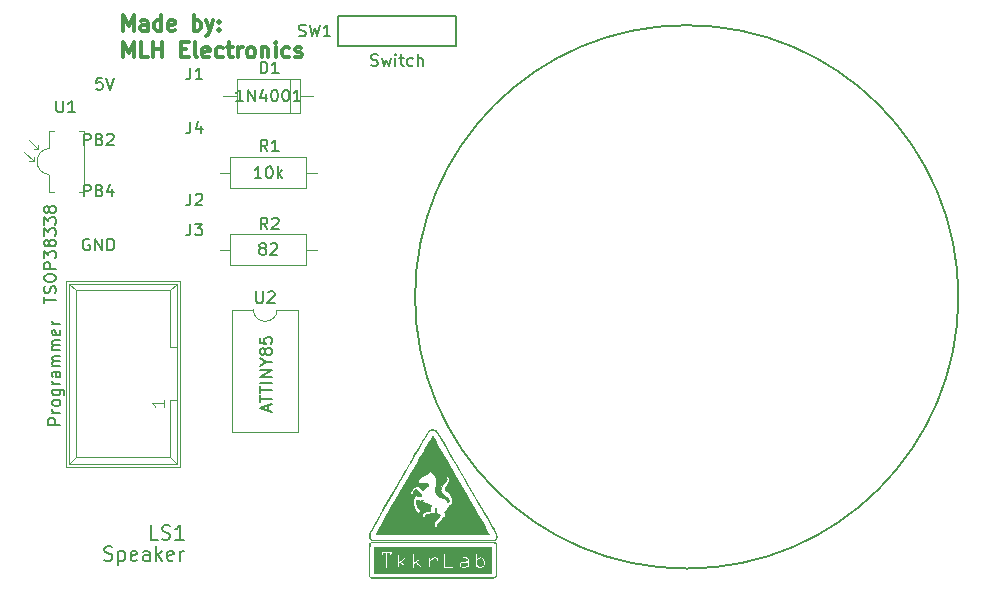
<source format=gto>
G04 #@! TF.FileFunction,Legend,Top*
%FSLAX46Y46*%
G04 Gerber Fmt 4.6, Leading zero omitted, Abs format (unit mm)*
G04 Created by KiCad (PCBNEW 4.0.6-e0-6349~53~ubuntu16.04.1) date Mon Aug 21 19:14:56 2017*
%MOMM*%
%LPD*%
G01*
G04 APERTURE LIST*
%ADD10C,0.100000*%
%ADD11C,0.300000*%
%ADD12C,0.200000*%
%ADD13C,0.120000*%
%ADD14C,0.150000*%
%ADD15C,0.010000*%
G04 APERTURE END LIST*
D10*
D11*
X141309524Y-68463095D02*
X141309524Y-67163095D01*
X141742857Y-68091667D01*
X142176190Y-67163095D01*
X142176190Y-68463095D01*
X143352381Y-68463095D02*
X143352381Y-67782143D01*
X143290476Y-67658333D01*
X143166666Y-67596429D01*
X142919047Y-67596429D01*
X142795238Y-67658333D01*
X143352381Y-68401190D02*
X143228571Y-68463095D01*
X142919047Y-68463095D01*
X142795238Y-68401190D01*
X142733333Y-68277381D01*
X142733333Y-68153571D01*
X142795238Y-68029762D01*
X142919047Y-67967857D01*
X143228571Y-67967857D01*
X143352381Y-67905952D01*
X144528571Y-68463095D02*
X144528571Y-67163095D01*
X144528571Y-68401190D02*
X144404761Y-68463095D01*
X144157142Y-68463095D01*
X144033333Y-68401190D01*
X143971428Y-68339286D01*
X143909523Y-68215476D01*
X143909523Y-67844048D01*
X143971428Y-67720238D01*
X144033333Y-67658333D01*
X144157142Y-67596429D01*
X144404761Y-67596429D01*
X144528571Y-67658333D01*
X145642856Y-68401190D02*
X145519046Y-68463095D01*
X145271427Y-68463095D01*
X145147618Y-68401190D01*
X145085713Y-68277381D01*
X145085713Y-67782143D01*
X145147618Y-67658333D01*
X145271427Y-67596429D01*
X145519046Y-67596429D01*
X145642856Y-67658333D01*
X145704761Y-67782143D01*
X145704761Y-67905952D01*
X145085713Y-68029762D01*
X147252380Y-68463095D02*
X147252380Y-67163095D01*
X147252380Y-67658333D02*
X147376189Y-67596429D01*
X147623808Y-67596429D01*
X147747618Y-67658333D01*
X147809523Y-67720238D01*
X147871427Y-67844048D01*
X147871427Y-68215476D01*
X147809523Y-68339286D01*
X147747618Y-68401190D01*
X147623808Y-68463095D01*
X147376189Y-68463095D01*
X147252380Y-68401190D01*
X148304760Y-67596429D02*
X148614284Y-68463095D01*
X148923808Y-67596429D02*
X148614284Y-68463095D01*
X148490475Y-68772619D01*
X148428570Y-68834524D01*
X148304760Y-68896429D01*
X149419046Y-68339286D02*
X149480951Y-68401190D01*
X149419046Y-68463095D01*
X149357141Y-68401190D01*
X149419046Y-68339286D01*
X149419046Y-68463095D01*
X149419046Y-67658333D02*
X149480951Y-67720238D01*
X149419046Y-67782143D01*
X149357141Y-67720238D01*
X149419046Y-67658333D01*
X149419046Y-67782143D01*
X141309524Y-70713095D02*
X141309524Y-69413095D01*
X141742857Y-70341667D01*
X142176190Y-69413095D01*
X142176190Y-70713095D01*
X143414285Y-70713095D02*
X142795238Y-70713095D01*
X142795238Y-69413095D01*
X143847619Y-70713095D02*
X143847619Y-69413095D01*
X143847619Y-70032143D02*
X144590476Y-70032143D01*
X144590476Y-70713095D02*
X144590476Y-69413095D01*
X146200000Y-70032143D02*
X146633333Y-70032143D01*
X146819047Y-70713095D02*
X146200000Y-70713095D01*
X146200000Y-69413095D01*
X146819047Y-69413095D01*
X147561904Y-70713095D02*
X147438095Y-70651190D01*
X147376190Y-70527381D01*
X147376190Y-69413095D01*
X148552380Y-70651190D02*
X148428570Y-70713095D01*
X148180951Y-70713095D01*
X148057142Y-70651190D01*
X147995237Y-70527381D01*
X147995237Y-70032143D01*
X148057142Y-69908333D01*
X148180951Y-69846429D01*
X148428570Y-69846429D01*
X148552380Y-69908333D01*
X148614285Y-70032143D01*
X148614285Y-70155952D01*
X147995237Y-70279762D01*
X149728571Y-70651190D02*
X149604761Y-70713095D01*
X149357142Y-70713095D01*
X149233333Y-70651190D01*
X149171428Y-70589286D01*
X149109523Y-70465476D01*
X149109523Y-70094048D01*
X149171428Y-69970238D01*
X149233333Y-69908333D01*
X149357142Y-69846429D01*
X149604761Y-69846429D01*
X149728571Y-69908333D01*
X150100000Y-69846429D02*
X150595238Y-69846429D01*
X150285714Y-69413095D02*
X150285714Y-70527381D01*
X150347619Y-70651190D01*
X150471428Y-70713095D01*
X150595238Y-70713095D01*
X151028571Y-70713095D02*
X151028571Y-69846429D01*
X151028571Y-70094048D02*
X151090476Y-69970238D01*
X151152380Y-69908333D01*
X151276190Y-69846429D01*
X151399999Y-69846429D01*
X152019047Y-70713095D02*
X151895238Y-70651190D01*
X151833333Y-70589286D01*
X151771428Y-70465476D01*
X151771428Y-70094048D01*
X151833333Y-69970238D01*
X151895238Y-69908333D01*
X152019047Y-69846429D01*
X152204761Y-69846429D01*
X152328571Y-69908333D01*
X152390476Y-69970238D01*
X152452380Y-70094048D01*
X152452380Y-70465476D01*
X152390476Y-70589286D01*
X152328571Y-70651190D01*
X152204761Y-70713095D01*
X152019047Y-70713095D01*
X153009523Y-69846429D02*
X153009523Y-70713095D01*
X153009523Y-69970238D02*
X153071428Y-69908333D01*
X153195237Y-69846429D01*
X153380951Y-69846429D01*
X153504761Y-69908333D01*
X153566666Y-70032143D01*
X153566666Y-70713095D01*
X154185713Y-70713095D02*
X154185713Y-69846429D01*
X154185713Y-69413095D02*
X154123808Y-69475000D01*
X154185713Y-69536905D01*
X154247618Y-69475000D01*
X154185713Y-69413095D01*
X154185713Y-69536905D01*
X155361904Y-70651190D02*
X155238094Y-70713095D01*
X154990475Y-70713095D01*
X154866666Y-70651190D01*
X154804761Y-70589286D01*
X154742856Y-70465476D01*
X154742856Y-70094048D01*
X154804761Y-69970238D01*
X154866666Y-69908333D01*
X154990475Y-69846429D01*
X155238094Y-69846429D01*
X155361904Y-69908333D01*
X155857142Y-70651190D02*
X155980952Y-70713095D01*
X156228571Y-70713095D01*
X156352380Y-70651190D01*
X156414285Y-70527381D01*
X156414285Y-70465476D01*
X156352380Y-70341667D01*
X156228571Y-70279762D01*
X156042856Y-70279762D01*
X155919047Y-70217857D01*
X155857142Y-70094048D01*
X155857142Y-70032143D01*
X155919047Y-69908333D01*
X156042856Y-69846429D01*
X156228571Y-69846429D01*
X156352380Y-69908333D01*
D12*
X212001359Y-90998642D02*
G75*
G03X212001359Y-90998642I-23001359J0D01*
G01*
D10*
X136720000Y-105120000D02*
X136720000Y-89880000D01*
X137270000Y-104580000D02*
X137270000Y-90440000D01*
X145820000Y-105120000D02*
X145820000Y-89880000D01*
X145270000Y-104580000D02*
X145270000Y-99750000D01*
X145270000Y-95250000D02*
X145270000Y-90440000D01*
X145270000Y-99750000D02*
X145820000Y-99750000D01*
X145270000Y-95250000D02*
X145820000Y-95250000D01*
X136720000Y-105120000D02*
X145820000Y-105120000D01*
X137270000Y-104580000D02*
X145270000Y-104580000D01*
X136720000Y-89880000D02*
X145820000Y-89880000D01*
X137270000Y-90440000D02*
X145270000Y-90440000D01*
X136720000Y-105120000D02*
X137270000Y-104580000D01*
X136720000Y-89880000D02*
X137270000Y-90440000D01*
X145820000Y-105120000D02*
X145270000Y-104580000D01*
X145820000Y-89880000D02*
X145270000Y-90440000D01*
D13*
X136470000Y-105370000D02*
X136470000Y-89630000D01*
X136470000Y-89630000D02*
X146070000Y-89630000D01*
X146070000Y-89630000D02*
X146070000Y-105370000D01*
X146070000Y-105370000D02*
X136470000Y-105370000D01*
X137550000Y-82150000D02*
X138000000Y-82150000D01*
X138000000Y-82150000D02*
X138000000Y-76950000D01*
X138000000Y-76950000D02*
X137550000Y-76950000D01*
X135450000Y-82150000D02*
X135000000Y-82150000D01*
X135000000Y-82150000D02*
X135000000Y-80650000D01*
X135000000Y-78400000D02*
X135000000Y-76950000D01*
X135000000Y-76950000D02*
X135450000Y-76950000D01*
X134100000Y-78520000D02*
X134100000Y-78120000D01*
X134100000Y-78520000D02*
X133700000Y-78520000D01*
X134100000Y-78520000D02*
X133300000Y-77720000D01*
X133700000Y-79520000D02*
X132900000Y-78720000D01*
X133700000Y-79520000D02*
X133300000Y-79520000D01*
X133700000Y-79520000D02*
X133700000Y-79120000D01*
X135007468Y-78439347D02*
G75*
G03X135000000Y-80640000I92532J-1100653D01*
G01*
X154310000Y-92070000D02*
G75*
G02X152310000Y-92070000I-1000000J0D01*
G01*
X152310000Y-92070000D02*
X150540000Y-92070000D01*
X150540000Y-92070000D02*
X150540000Y-102470000D01*
X150540000Y-102470000D02*
X156080000Y-102470000D01*
X156080000Y-102470000D02*
X156080000Y-92070000D01*
X156080000Y-92070000D02*
X154310000Y-92070000D01*
X156240000Y-75410000D02*
X156240000Y-72590000D01*
X156240000Y-72590000D02*
X150920000Y-72590000D01*
X150920000Y-72590000D02*
X150920000Y-75410000D01*
X150920000Y-75410000D02*
X156240000Y-75410000D01*
X157380000Y-74000000D02*
X156240000Y-74000000D01*
X149780000Y-74000000D02*
X150920000Y-74000000D01*
X155400000Y-75410000D02*
X155400000Y-72590000D01*
X150370000Y-79190000D02*
X150370000Y-81810000D01*
X150370000Y-81810000D02*
X156790000Y-81810000D01*
X156790000Y-81810000D02*
X156790000Y-79190000D01*
X156790000Y-79190000D02*
X150370000Y-79190000D01*
X149480000Y-80500000D02*
X150370000Y-80500000D01*
X157680000Y-80500000D02*
X156790000Y-80500000D01*
X156790000Y-88310000D02*
X156790000Y-85690000D01*
X156790000Y-85690000D02*
X150370000Y-85690000D01*
X150370000Y-85690000D02*
X150370000Y-88310000D01*
X150370000Y-88310000D02*
X156790000Y-88310000D01*
X157680000Y-87000000D02*
X156790000Y-87000000D01*
X149480000Y-87000000D02*
X150370000Y-87000000D01*
D14*
X169500000Y-67250000D02*
X169500000Y-69750000D01*
X159500000Y-67250000D02*
X169500000Y-67250000D01*
X159500000Y-69750000D02*
X159500000Y-67250000D01*
X169500000Y-69750000D02*
X159500000Y-69750000D01*
D15*
G36*
X168174885Y-111738519D02*
X168791757Y-111738600D01*
X169350870Y-111738774D01*
X169855093Y-111739070D01*
X170307297Y-111739522D01*
X170710353Y-111740160D01*
X171067130Y-111741015D01*
X171380498Y-111742120D01*
X171653328Y-111743505D01*
X171888491Y-111745202D01*
X172088856Y-111747241D01*
X172257293Y-111749655D01*
X172396673Y-111752475D01*
X172509867Y-111755732D01*
X172599743Y-111759458D01*
X172669173Y-111763683D01*
X172721027Y-111768439D01*
X172758175Y-111773758D01*
X172783487Y-111779671D01*
X172799834Y-111786208D01*
X172810085Y-111793403D01*
X172813204Y-111796562D01*
X172857268Y-111853793D01*
X172861779Y-111877207D01*
X172829134Y-111858662D01*
X172802250Y-111833750D01*
X172793341Y-111825576D01*
X172781795Y-111818136D01*
X172764727Y-111811394D01*
X172739251Y-111805317D01*
X172702484Y-111799870D01*
X172651540Y-111795018D01*
X172583534Y-111790728D01*
X172495581Y-111786963D01*
X172384797Y-111783691D01*
X172248296Y-111780876D01*
X172083194Y-111778485D01*
X171886606Y-111776482D01*
X171655647Y-111774833D01*
X171387432Y-111773504D01*
X171079075Y-111772461D01*
X170727694Y-111771668D01*
X170330401Y-111771092D01*
X169884314Y-111770697D01*
X169386545Y-111770450D01*
X168834212Y-111770316D01*
X168224428Y-111770261D01*
X167554310Y-111770250D01*
X162233100Y-111770250D01*
X162183675Y-111840814D01*
X162171491Y-111864912D01*
X162161446Y-111902991D01*
X162153340Y-111960771D01*
X162146977Y-112043975D01*
X162142157Y-112158325D01*
X162138683Y-112309544D01*
X162136356Y-112503353D01*
X162134977Y-112745475D01*
X162134349Y-113041631D01*
X162134249Y-113267260D01*
X162134250Y-114623141D01*
X162217906Y-114688945D01*
X162301563Y-114754750D01*
X172709886Y-114754750D01*
X172865750Y-114598886D01*
X172873325Y-113256005D01*
X172880901Y-111913125D01*
X172889653Y-113230750D01*
X172891383Y-113614443D01*
X172891042Y-113935625D01*
X172888615Y-114195251D01*
X172884083Y-114394277D01*
X172877428Y-114533658D01*
X172868634Y-114614349D01*
X172864057Y-114631568D01*
X172810142Y-114707525D01*
X172750985Y-114750631D01*
X172710578Y-114754760D01*
X172610759Y-114758637D01*
X172455614Y-114762262D01*
X172249228Y-114765631D01*
X171995689Y-114768744D01*
X171699083Y-114771599D01*
X171363497Y-114774196D01*
X170993017Y-114776531D01*
X170591729Y-114778604D01*
X170163720Y-114780413D01*
X169713078Y-114781957D01*
X169243887Y-114783234D01*
X168760235Y-114784242D01*
X168266208Y-114784981D01*
X167765893Y-114785448D01*
X167263376Y-114785642D01*
X166762744Y-114785562D01*
X166268083Y-114785206D01*
X165783480Y-114784573D01*
X165313021Y-114783660D01*
X164860793Y-114782467D01*
X164430882Y-114780992D01*
X164027375Y-114779234D01*
X163654358Y-114777190D01*
X163315919Y-114774860D01*
X163016142Y-114772242D01*
X162759116Y-114769334D01*
X162548926Y-114766135D01*
X162389659Y-114762643D01*
X162285401Y-114758858D01*
X162240239Y-114754776D01*
X162239513Y-114754528D01*
X162168741Y-114705103D01*
X162136325Y-114663378D01*
X162126635Y-114612095D01*
X162118563Y-114497734D01*
X162112117Y-114320697D01*
X162107308Y-114081388D01*
X162104144Y-113780206D01*
X162102637Y-113417556D01*
X162102500Y-113252994D01*
X162102585Y-112925140D01*
X162103023Y-112654801D01*
X162104091Y-112435989D01*
X162106063Y-112262718D01*
X162109215Y-112129003D01*
X162113821Y-112028857D01*
X162120158Y-111956293D01*
X162128500Y-111905327D01*
X162139123Y-111869971D01*
X162152302Y-111844239D01*
X162168304Y-111822156D01*
X162234108Y-111738500D01*
X167497383Y-111738500D01*
X168174885Y-111738519D01*
X168174885Y-111738519D01*
G37*
X168174885Y-111738519D02*
X168791757Y-111738600D01*
X169350870Y-111738774D01*
X169855093Y-111739070D01*
X170307297Y-111739522D01*
X170710353Y-111740160D01*
X171067130Y-111741015D01*
X171380498Y-111742120D01*
X171653328Y-111743505D01*
X171888491Y-111745202D01*
X172088856Y-111747241D01*
X172257293Y-111749655D01*
X172396673Y-111752475D01*
X172509867Y-111755732D01*
X172599743Y-111759458D01*
X172669173Y-111763683D01*
X172721027Y-111768439D01*
X172758175Y-111773758D01*
X172783487Y-111779671D01*
X172799834Y-111786208D01*
X172810085Y-111793403D01*
X172813204Y-111796562D01*
X172857268Y-111853793D01*
X172861779Y-111877207D01*
X172829134Y-111858662D01*
X172802250Y-111833750D01*
X172793341Y-111825576D01*
X172781795Y-111818136D01*
X172764727Y-111811394D01*
X172739251Y-111805317D01*
X172702484Y-111799870D01*
X172651540Y-111795018D01*
X172583534Y-111790728D01*
X172495581Y-111786963D01*
X172384797Y-111783691D01*
X172248296Y-111780876D01*
X172083194Y-111778485D01*
X171886606Y-111776482D01*
X171655647Y-111774833D01*
X171387432Y-111773504D01*
X171079075Y-111772461D01*
X170727694Y-111771668D01*
X170330401Y-111771092D01*
X169884314Y-111770697D01*
X169386545Y-111770450D01*
X168834212Y-111770316D01*
X168224428Y-111770261D01*
X167554310Y-111770250D01*
X162233100Y-111770250D01*
X162183675Y-111840814D01*
X162171491Y-111864912D01*
X162161446Y-111902991D01*
X162153340Y-111960771D01*
X162146977Y-112043975D01*
X162142157Y-112158325D01*
X162138683Y-112309544D01*
X162136356Y-112503353D01*
X162134977Y-112745475D01*
X162134349Y-113041631D01*
X162134249Y-113267260D01*
X162134250Y-114623141D01*
X162217906Y-114688945D01*
X162301563Y-114754750D01*
X172709886Y-114754750D01*
X172865750Y-114598886D01*
X172873325Y-113256005D01*
X172880901Y-111913125D01*
X172889653Y-113230750D01*
X172891383Y-113614443D01*
X172891042Y-113935625D01*
X172888615Y-114195251D01*
X172884083Y-114394277D01*
X172877428Y-114533658D01*
X172868634Y-114614349D01*
X172864057Y-114631568D01*
X172810142Y-114707525D01*
X172750985Y-114750631D01*
X172710578Y-114754760D01*
X172610759Y-114758637D01*
X172455614Y-114762262D01*
X172249228Y-114765631D01*
X171995689Y-114768744D01*
X171699083Y-114771599D01*
X171363497Y-114774196D01*
X170993017Y-114776531D01*
X170591729Y-114778604D01*
X170163720Y-114780413D01*
X169713078Y-114781957D01*
X169243887Y-114783234D01*
X168760235Y-114784242D01*
X168266208Y-114784981D01*
X167765893Y-114785448D01*
X167263376Y-114785642D01*
X166762744Y-114785562D01*
X166268083Y-114785206D01*
X165783480Y-114784573D01*
X165313021Y-114783660D01*
X164860793Y-114782467D01*
X164430882Y-114780992D01*
X164027375Y-114779234D01*
X163654358Y-114777190D01*
X163315919Y-114774860D01*
X163016142Y-114772242D01*
X162759116Y-114769334D01*
X162548926Y-114766135D01*
X162389659Y-114762643D01*
X162285401Y-114758858D01*
X162240239Y-114754776D01*
X162239513Y-114754528D01*
X162168741Y-114705103D01*
X162136325Y-114663378D01*
X162126635Y-114612095D01*
X162118563Y-114497734D01*
X162112117Y-114320697D01*
X162107308Y-114081388D01*
X162104144Y-113780206D01*
X162102637Y-113417556D01*
X162102500Y-113252994D01*
X162102585Y-112925140D01*
X162103023Y-112654801D01*
X162104091Y-112435989D01*
X162106063Y-112262718D01*
X162109215Y-112129003D01*
X162113821Y-112028857D01*
X162120158Y-111956293D01*
X162128500Y-111905327D01*
X162139123Y-111869971D01*
X162152302Y-111844239D01*
X162168304Y-111822156D01*
X162234108Y-111738500D01*
X167497383Y-111738500D01*
X168174885Y-111738519D01*
G36*
X172453000Y-114342000D02*
X162547000Y-114342000D01*
X162547000Y-112532250D01*
X163118500Y-112532250D01*
X163118500Y-112693208D01*
X163120930Y-112787814D01*
X163132938Y-112833909D01*
X163161602Y-112846433D01*
X163189937Y-112844020D01*
X163254124Y-112807865D01*
X163271520Y-112762437D01*
X163294619Y-112709246D01*
X163355166Y-112691463D01*
X163374708Y-112691000D01*
X163467750Y-112691000D01*
X163467750Y-113929250D01*
X163626500Y-113929250D01*
X163626500Y-113260605D01*
X164452000Y-113260605D01*
X164453080Y-113454007D01*
X164456091Y-113625433D01*
X164460689Y-113764853D01*
X164466529Y-113862238D01*
X164473267Y-113907560D01*
X164474264Y-113909180D01*
X164521610Y-113923928D01*
X164545701Y-113922112D01*
X164578547Y-113894087D01*
X164597902Y-113818926D01*
X164604529Y-113744734D01*
X164619928Y-113627990D01*
X164648628Y-113566213D01*
X164659102Y-113559452D01*
X164703220Y-113571073D01*
X164782986Y-113618564D01*
X164887249Y-113694874D01*
X164937972Y-113735732D01*
X165077795Y-113844926D01*
X165178360Y-113907863D01*
X165242635Y-113925710D01*
X165273588Y-113899635D01*
X165277500Y-113869352D01*
X165252804Y-113819548D01*
X165184434Y-113742981D01*
X165080963Y-113648977D01*
X165055250Y-113627625D01*
X164957042Y-113544678D01*
X164881033Y-113475535D01*
X164838366Y-113430567D01*
X164833000Y-113420700D01*
X164856020Y-113390169D01*
X164916974Y-113332052D01*
X165000305Y-113260687D01*
X165753750Y-113260687D01*
X165753750Y-113265971D01*
X165754799Y-113451519D01*
X165757711Y-113617119D01*
X165762128Y-113751441D01*
X165767696Y-113843152D01*
X165773021Y-113879028D01*
X165817217Y-113921399D01*
X165852396Y-113929250D01*
X168387761Y-113929250D01*
X168815132Y-113929250D01*
X168998593Y-113926806D01*
X169139261Y-113919828D01*
X169229996Y-113908844D01*
X169262984Y-113896109D01*
X169262608Y-113847139D01*
X169245095Y-113816734D01*
X169209164Y-113794250D01*
X169139368Y-113779909D01*
X169025523Y-113772428D01*
X168877922Y-113770500D01*
X168549121Y-113770500D01*
X168547779Y-113675321D01*
X169721702Y-113675321D01*
X169757765Y-113794600D01*
X169800431Y-113851318D01*
X169856232Y-113896562D01*
X169922131Y-113920235D01*
X170020324Y-113928698D01*
X170072394Y-113929250D01*
X170186796Y-113924077D01*
X170282253Y-113910694D01*
X170327106Y-113896774D01*
X170402690Y-113883017D01*
X170451226Y-113903916D01*
X170500390Y-113926235D01*
X170534310Y-113917023D01*
X170554761Y-113869526D01*
X170563516Y-113776991D01*
X170562352Y-113632664D01*
X170556828Y-113502081D01*
X170547529Y-113337775D01*
X170542447Y-113281771D01*
X171056000Y-113281771D01*
X171056294Y-113500073D01*
X171057677Y-113662955D01*
X171060898Y-113778497D01*
X171066709Y-113854779D01*
X171075857Y-113899879D01*
X171089095Y-113921878D01*
X171107171Y-113928855D01*
X171116103Y-113929250D01*
X171175645Y-113906207D01*
X171195237Y-113879655D01*
X171214874Y-113847741D01*
X171248682Y-113855671D01*
X171285073Y-113879655D01*
X171366425Y-113912009D01*
X171482141Y-113928365D01*
X171516363Y-113929250D01*
X171627304Y-113921825D01*
X171706911Y-113892160D01*
X171779174Y-113835789D01*
X171828277Y-113788219D01*
X171858461Y-113744151D01*
X171874324Y-113686879D01*
X171880470Y-113599692D01*
X171881499Y-113465885D01*
X171881500Y-113464238D01*
X171880361Y-113329290D01*
X171873881Y-113240503D01*
X171857464Y-113180541D01*
X171826516Y-113132071D01*
X171780021Y-113081449D01*
X171707090Y-113015977D01*
X171636438Y-112985204D01*
X171537546Y-112976834D01*
X171520130Y-112976750D01*
X171401088Y-112986527D01*
X171319288Y-113020601D01*
X171288233Y-113045784D01*
X171214750Y-113114818D01*
X171214750Y-112893384D01*
X171206904Y-112742224D01*
X171182502Y-112649594D01*
X171140250Y-112612388D01*
X171099756Y-112617502D01*
X171084466Y-112634849D01*
X171073019Y-112678445D01*
X171064932Y-112755622D01*
X171059723Y-112873715D01*
X171056908Y-113040057D01*
X171056004Y-113261980D01*
X171056000Y-113281771D01*
X170542447Y-113281771D01*
X170537215Y-113224136D01*
X170523285Y-113148351D01*
X170503140Y-113097608D01*
X170474181Y-113059093D01*
X170465030Y-113049644D01*
X170418566Y-113011495D01*
X170362338Y-112989399D01*
X170278411Y-112979202D01*
X170150359Y-112976750D01*
X170028261Y-112977786D01*
X169956995Y-112983500D01*
X169923901Y-112997796D01*
X169916315Y-113024579D01*
X169918729Y-113048187D01*
X169930206Y-113086259D01*
X169960778Y-113109743D01*
X170024745Y-113124010D01*
X170136410Y-113134435D01*
X170151125Y-113135500D01*
X170267585Y-113145312D01*
X170335048Y-113158029D01*
X170367932Y-113179808D01*
X170380656Y-113216804D01*
X170383018Y-113234509D01*
X170385447Y-113275400D01*
X170372906Y-113300923D01*
X170333115Y-113315876D01*
X170253793Y-113325060D01*
X170131630Y-113332754D01*
X169999061Y-113342393D01*
X169913038Y-113356023D01*
X169856616Y-113378763D01*
X169812853Y-113415730D01*
X169796549Y-113433953D01*
X169734565Y-113548128D01*
X169721702Y-113675321D01*
X168547779Y-113675321D01*
X168540498Y-113159312D01*
X168537234Y-112948196D01*
X168533601Y-112792243D01*
X168528616Y-112683121D01*
X168521294Y-112612497D01*
X168510654Y-112572037D01*
X168495711Y-112553408D01*
X168475482Y-112548277D01*
X168468375Y-112548125D01*
X168447545Y-112550619D01*
X168431706Y-112563331D01*
X168420039Y-112594106D01*
X168411726Y-112650789D01*
X168405949Y-112741223D01*
X168401888Y-112873254D01*
X168398725Y-113054726D01*
X168396318Y-113238687D01*
X168387761Y-113929250D01*
X165852396Y-113929250D01*
X165887554Y-113920457D01*
X165905705Y-113884151D01*
X165912077Y-113805434D01*
X165912500Y-113758021D01*
X165921707Y-113639400D01*
X165952599Y-113572738D01*
X166010082Y-113548751D01*
X166023343Y-113548250D01*
X166050563Y-113567235D01*
X166115106Y-113618222D01*
X166205770Y-113692254D01*
X166263475Y-113740191D01*
X166397431Y-113845055D01*
X166494539Y-113903687D01*
X166559419Y-113917948D01*
X166596689Y-113889700D01*
X166602102Y-113876612D01*
X166584757Y-113841464D01*
X166528132Y-113777023D01*
X166442239Y-113694023D01*
X166382483Y-113641203D01*
X166349991Y-113612929D01*
X167091130Y-113612929D01*
X167092080Y-113751263D01*
X167098427Y-113843148D01*
X167111524Y-113897079D01*
X167132723Y-113921555D01*
X167163380Y-113925070D01*
X167174466Y-113923338D01*
X167202598Y-113908133D01*
X167221659Y-113867291D01*
X167234693Y-113788719D01*
X167244743Y-113660327D01*
X167246000Y-113639162D01*
X167261875Y-113365590D01*
X167399816Y-113250545D01*
X167513867Y-113170568D01*
X167612963Y-113137486D01*
X167644971Y-113135500D01*
X167721341Y-113143762D01*
X167759967Y-113181136D01*
X167778363Y-113236527D01*
X167813166Y-113321303D01*
X167855490Y-113348905D01*
X167899630Y-113316613D01*
X167910040Y-113299312D01*
X167924376Y-113215212D01*
X167901474Y-113117332D01*
X167850757Y-113034959D01*
X167816247Y-113007829D01*
X167748577Y-112988228D01*
X167651055Y-112977461D01*
X167620446Y-112976750D01*
X167507087Y-112990268D01*
X167409371Y-113039562D01*
X167366519Y-113072530D01*
X167250320Y-113168311D01*
X167240222Y-113080468D01*
X167217278Y-113012125D01*
X167166625Y-112992625D01*
X167140979Y-112996304D01*
X167123007Y-113013966D01*
X167111022Y-113055549D01*
X167103341Y-113130991D01*
X167098278Y-113250227D01*
X167094221Y-113419648D01*
X167091130Y-113612929D01*
X166349991Y-113612929D01*
X166282306Y-113554032D01*
X166202641Y-113482170D01*
X166154347Y-113435545D01*
X166144983Y-113423966D01*
X166165115Y-113396681D01*
X166223647Y-113340261D01*
X166309402Y-113265253D01*
X166342130Y-113237922D01*
X166456365Y-113135887D01*
X166517563Y-113062507D01*
X166526937Y-113023609D01*
X166502170Y-112987893D01*
X166461371Y-112983783D01*
X166396787Y-113014666D01*
X166300664Y-113083933D01*
X166198250Y-113167250D01*
X166095942Y-113250300D01*
X166010687Y-113315017D01*
X165954802Y-113352266D01*
X165941371Y-113357750D01*
X165929978Y-113328098D01*
X165920704Y-113247521D01*
X165914549Y-113128582D01*
X165912500Y-112994498D01*
X165908903Y-112808630D01*
X165897415Y-112682736D01*
X165876991Y-112613657D01*
X165846584Y-112598238D01*
X165805148Y-112633322D01*
X165796558Y-112644592D01*
X165779840Y-112685320D01*
X165767706Y-112759943D01*
X165759651Y-112875813D01*
X165755168Y-113040277D01*
X165753750Y-113260687D01*
X165000305Y-113260687D01*
X165003696Y-113257783D01*
X165023381Y-113241740D01*
X165136189Y-113143992D01*
X165197081Y-113073173D01*
X165208943Y-113024133D01*
X165174662Y-112991724D01*
X165165653Y-112987954D01*
X165116033Y-112999098D01*
X165028295Y-113051806D01*
X164908680Y-113142207D01*
X164882561Y-113163576D01*
X164779853Y-113247035D01*
X164695817Y-113312522D01*
X164642043Y-113351151D01*
X164629283Y-113357750D01*
X164621772Y-113328157D01*
X164615724Y-113248003D01*
X164611835Y-113130219D01*
X164610750Y-113014849D01*
X164607304Y-112836141D01*
X164595673Y-112713908D01*
X164573911Y-112641436D01*
X164540076Y-112612008D01*
X164495756Y-112617502D01*
X164480230Y-112635092D01*
X164468673Y-112679254D01*
X164460578Y-112757427D01*
X164455438Y-112877052D01*
X164452748Y-113045568D01*
X164452000Y-113260605D01*
X163626500Y-113260605D01*
X163626500Y-112691000D01*
X163719541Y-112691000D01*
X163790585Y-112702984D01*
X163820080Y-112747591D01*
X163822729Y-112762113D01*
X163854096Y-112821201D01*
X163910273Y-112846364D01*
X163965741Y-112829283D01*
X163979396Y-112813186D01*
X163997561Y-112754392D01*
X164006759Y-112665929D01*
X164007013Y-112651312D01*
X164007500Y-112532250D01*
X163118500Y-112532250D01*
X162547000Y-112532250D01*
X162547000Y-112183000D01*
X172453000Y-112183000D01*
X172453000Y-114342000D01*
X172453000Y-114342000D01*
G37*
X172453000Y-114342000D02*
X162547000Y-114342000D01*
X162547000Y-112532250D01*
X163118500Y-112532250D01*
X163118500Y-112693208D01*
X163120930Y-112787814D01*
X163132938Y-112833909D01*
X163161602Y-112846433D01*
X163189937Y-112844020D01*
X163254124Y-112807865D01*
X163271520Y-112762437D01*
X163294619Y-112709246D01*
X163355166Y-112691463D01*
X163374708Y-112691000D01*
X163467750Y-112691000D01*
X163467750Y-113929250D01*
X163626500Y-113929250D01*
X163626500Y-113260605D01*
X164452000Y-113260605D01*
X164453080Y-113454007D01*
X164456091Y-113625433D01*
X164460689Y-113764853D01*
X164466529Y-113862238D01*
X164473267Y-113907560D01*
X164474264Y-113909180D01*
X164521610Y-113923928D01*
X164545701Y-113922112D01*
X164578547Y-113894087D01*
X164597902Y-113818926D01*
X164604529Y-113744734D01*
X164619928Y-113627990D01*
X164648628Y-113566213D01*
X164659102Y-113559452D01*
X164703220Y-113571073D01*
X164782986Y-113618564D01*
X164887249Y-113694874D01*
X164937972Y-113735732D01*
X165077795Y-113844926D01*
X165178360Y-113907863D01*
X165242635Y-113925710D01*
X165273588Y-113899635D01*
X165277500Y-113869352D01*
X165252804Y-113819548D01*
X165184434Y-113742981D01*
X165080963Y-113648977D01*
X165055250Y-113627625D01*
X164957042Y-113544678D01*
X164881033Y-113475535D01*
X164838366Y-113430567D01*
X164833000Y-113420700D01*
X164856020Y-113390169D01*
X164916974Y-113332052D01*
X165000305Y-113260687D01*
X165753750Y-113260687D01*
X165753750Y-113265971D01*
X165754799Y-113451519D01*
X165757711Y-113617119D01*
X165762128Y-113751441D01*
X165767696Y-113843152D01*
X165773021Y-113879028D01*
X165817217Y-113921399D01*
X165852396Y-113929250D01*
X168387761Y-113929250D01*
X168815132Y-113929250D01*
X168998593Y-113926806D01*
X169139261Y-113919828D01*
X169229996Y-113908844D01*
X169262984Y-113896109D01*
X169262608Y-113847139D01*
X169245095Y-113816734D01*
X169209164Y-113794250D01*
X169139368Y-113779909D01*
X169025523Y-113772428D01*
X168877922Y-113770500D01*
X168549121Y-113770500D01*
X168547779Y-113675321D01*
X169721702Y-113675321D01*
X169757765Y-113794600D01*
X169800431Y-113851318D01*
X169856232Y-113896562D01*
X169922131Y-113920235D01*
X170020324Y-113928698D01*
X170072394Y-113929250D01*
X170186796Y-113924077D01*
X170282253Y-113910694D01*
X170327106Y-113896774D01*
X170402690Y-113883017D01*
X170451226Y-113903916D01*
X170500390Y-113926235D01*
X170534310Y-113917023D01*
X170554761Y-113869526D01*
X170563516Y-113776991D01*
X170562352Y-113632664D01*
X170556828Y-113502081D01*
X170547529Y-113337775D01*
X170542447Y-113281771D01*
X171056000Y-113281771D01*
X171056294Y-113500073D01*
X171057677Y-113662955D01*
X171060898Y-113778497D01*
X171066709Y-113854779D01*
X171075857Y-113899879D01*
X171089095Y-113921878D01*
X171107171Y-113928855D01*
X171116103Y-113929250D01*
X171175645Y-113906207D01*
X171195237Y-113879655D01*
X171214874Y-113847741D01*
X171248682Y-113855671D01*
X171285073Y-113879655D01*
X171366425Y-113912009D01*
X171482141Y-113928365D01*
X171516363Y-113929250D01*
X171627304Y-113921825D01*
X171706911Y-113892160D01*
X171779174Y-113835789D01*
X171828277Y-113788219D01*
X171858461Y-113744151D01*
X171874324Y-113686879D01*
X171880470Y-113599692D01*
X171881499Y-113465885D01*
X171881500Y-113464238D01*
X171880361Y-113329290D01*
X171873881Y-113240503D01*
X171857464Y-113180541D01*
X171826516Y-113132071D01*
X171780021Y-113081449D01*
X171707090Y-113015977D01*
X171636438Y-112985204D01*
X171537546Y-112976834D01*
X171520130Y-112976750D01*
X171401088Y-112986527D01*
X171319288Y-113020601D01*
X171288233Y-113045784D01*
X171214750Y-113114818D01*
X171214750Y-112893384D01*
X171206904Y-112742224D01*
X171182502Y-112649594D01*
X171140250Y-112612388D01*
X171099756Y-112617502D01*
X171084466Y-112634849D01*
X171073019Y-112678445D01*
X171064932Y-112755622D01*
X171059723Y-112873715D01*
X171056908Y-113040057D01*
X171056004Y-113261980D01*
X171056000Y-113281771D01*
X170542447Y-113281771D01*
X170537215Y-113224136D01*
X170523285Y-113148351D01*
X170503140Y-113097608D01*
X170474181Y-113059093D01*
X170465030Y-113049644D01*
X170418566Y-113011495D01*
X170362338Y-112989399D01*
X170278411Y-112979202D01*
X170150359Y-112976750D01*
X170028261Y-112977786D01*
X169956995Y-112983500D01*
X169923901Y-112997796D01*
X169916315Y-113024579D01*
X169918729Y-113048187D01*
X169930206Y-113086259D01*
X169960778Y-113109743D01*
X170024745Y-113124010D01*
X170136410Y-113134435D01*
X170151125Y-113135500D01*
X170267585Y-113145312D01*
X170335048Y-113158029D01*
X170367932Y-113179808D01*
X170380656Y-113216804D01*
X170383018Y-113234509D01*
X170385447Y-113275400D01*
X170372906Y-113300923D01*
X170333115Y-113315876D01*
X170253793Y-113325060D01*
X170131630Y-113332754D01*
X169999061Y-113342393D01*
X169913038Y-113356023D01*
X169856616Y-113378763D01*
X169812853Y-113415730D01*
X169796549Y-113433953D01*
X169734565Y-113548128D01*
X169721702Y-113675321D01*
X168547779Y-113675321D01*
X168540498Y-113159312D01*
X168537234Y-112948196D01*
X168533601Y-112792243D01*
X168528616Y-112683121D01*
X168521294Y-112612497D01*
X168510654Y-112572037D01*
X168495711Y-112553408D01*
X168475482Y-112548277D01*
X168468375Y-112548125D01*
X168447545Y-112550619D01*
X168431706Y-112563331D01*
X168420039Y-112594106D01*
X168411726Y-112650789D01*
X168405949Y-112741223D01*
X168401888Y-112873254D01*
X168398725Y-113054726D01*
X168396318Y-113238687D01*
X168387761Y-113929250D01*
X165852396Y-113929250D01*
X165887554Y-113920457D01*
X165905705Y-113884151D01*
X165912077Y-113805434D01*
X165912500Y-113758021D01*
X165921707Y-113639400D01*
X165952599Y-113572738D01*
X166010082Y-113548751D01*
X166023343Y-113548250D01*
X166050563Y-113567235D01*
X166115106Y-113618222D01*
X166205770Y-113692254D01*
X166263475Y-113740191D01*
X166397431Y-113845055D01*
X166494539Y-113903687D01*
X166559419Y-113917948D01*
X166596689Y-113889700D01*
X166602102Y-113876612D01*
X166584757Y-113841464D01*
X166528132Y-113777023D01*
X166442239Y-113694023D01*
X166382483Y-113641203D01*
X166349991Y-113612929D01*
X167091130Y-113612929D01*
X167092080Y-113751263D01*
X167098427Y-113843148D01*
X167111524Y-113897079D01*
X167132723Y-113921555D01*
X167163380Y-113925070D01*
X167174466Y-113923338D01*
X167202598Y-113908133D01*
X167221659Y-113867291D01*
X167234693Y-113788719D01*
X167244743Y-113660327D01*
X167246000Y-113639162D01*
X167261875Y-113365590D01*
X167399816Y-113250545D01*
X167513867Y-113170568D01*
X167612963Y-113137486D01*
X167644971Y-113135500D01*
X167721341Y-113143762D01*
X167759967Y-113181136D01*
X167778363Y-113236527D01*
X167813166Y-113321303D01*
X167855490Y-113348905D01*
X167899630Y-113316613D01*
X167910040Y-113299312D01*
X167924376Y-113215212D01*
X167901474Y-113117332D01*
X167850757Y-113034959D01*
X167816247Y-113007829D01*
X167748577Y-112988228D01*
X167651055Y-112977461D01*
X167620446Y-112976750D01*
X167507087Y-112990268D01*
X167409371Y-113039562D01*
X167366519Y-113072530D01*
X167250320Y-113168311D01*
X167240222Y-113080468D01*
X167217278Y-113012125D01*
X167166625Y-112992625D01*
X167140979Y-112996304D01*
X167123007Y-113013966D01*
X167111022Y-113055549D01*
X167103341Y-113130991D01*
X167098278Y-113250227D01*
X167094221Y-113419648D01*
X167091130Y-113612929D01*
X166349991Y-113612929D01*
X166282306Y-113554032D01*
X166202641Y-113482170D01*
X166154347Y-113435545D01*
X166144983Y-113423966D01*
X166165115Y-113396681D01*
X166223647Y-113340261D01*
X166309402Y-113265253D01*
X166342130Y-113237922D01*
X166456365Y-113135887D01*
X166517563Y-113062507D01*
X166526937Y-113023609D01*
X166502170Y-112987893D01*
X166461371Y-112983783D01*
X166396787Y-113014666D01*
X166300664Y-113083933D01*
X166198250Y-113167250D01*
X166095942Y-113250300D01*
X166010687Y-113315017D01*
X165954802Y-113352266D01*
X165941371Y-113357750D01*
X165929978Y-113328098D01*
X165920704Y-113247521D01*
X165914549Y-113128582D01*
X165912500Y-112994498D01*
X165908903Y-112808630D01*
X165897415Y-112682736D01*
X165876991Y-112613657D01*
X165846584Y-112598238D01*
X165805148Y-112633322D01*
X165796558Y-112644592D01*
X165779840Y-112685320D01*
X165767706Y-112759943D01*
X165759651Y-112875813D01*
X165755168Y-113040277D01*
X165753750Y-113260687D01*
X165000305Y-113260687D01*
X165003696Y-113257783D01*
X165023381Y-113241740D01*
X165136189Y-113143992D01*
X165197081Y-113073173D01*
X165208943Y-113024133D01*
X165174662Y-112991724D01*
X165165653Y-112987954D01*
X165116033Y-112999098D01*
X165028295Y-113051806D01*
X164908680Y-113142207D01*
X164882561Y-113163576D01*
X164779853Y-113247035D01*
X164695817Y-113312522D01*
X164642043Y-113351151D01*
X164629283Y-113357750D01*
X164621772Y-113328157D01*
X164615724Y-113248003D01*
X164611835Y-113130219D01*
X164610750Y-113014849D01*
X164607304Y-112836141D01*
X164595673Y-112713908D01*
X164573911Y-112641436D01*
X164540076Y-112612008D01*
X164495756Y-112617502D01*
X164480230Y-112635092D01*
X164468673Y-112679254D01*
X164460578Y-112757427D01*
X164455438Y-112877052D01*
X164452748Y-113045568D01*
X164452000Y-113260605D01*
X163626500Y-113260605D01*
X163626500Y-112691000D01*
X163719541Y-112691000D01*
X163790585Y-112702984D01*
X163820080Y-112747591D01*
X163822729Y-112762113D01*
X163854096Y-112821201D01*
X163910273Y-112846364D01*
X163965741Y-112829283D01*
X163979396Y-112813186D01*
X163997561Y-112754392D01*
X164006759Y-112665929D01*
X164007013Y-112651312D01*
X164007500Y-112532250D01*
X163118500Y-112532250D01*
X162547000Y-112532250D01*
X162547000Y-112183000D01*
X172453000Y-112183000D01*
X172453000Y-114342000D01*
G36*
X167274405Y-102246475D02*
X167276040Y-102246521D01*
X167291759Y-102258241D01*
X167250424Y-102288705D01*
X167246000Y-102291151D01*
X167170520Y-102348240D01*
X167100373Y-102424691D01*
X167100279Y-102424818D01*
X167072271Y-102468833D01*
X167014656Y-102564435D01*
X166929449Y-102708142D01*
X166818663Y-102896475D01*
X166684312Y-103125951D01*
X166528409Y-103393091D01*
X166352967Y-103694412D01*
X166160001Y-104026434D01*
X165951523Y-104385677D01*
X165729547Y-104768659D01*
X165496087Y-105171898D01*
X165253156Y-105591915D01*
X165002768Y-106025229D01*
X164746936Y-106468357D01*
X164487674Y-106917820D01*
X164226994Y-107370136D01*
X163966912Y-107821824D01*
X163709440Y-108269404D01*
X163456591Y-108709395D01*
X163210380Y-109138314D01*
X162972819Y-109552683D01*
X162745923Y-109949019D01*
X162570294Y-110256268D01*
X162444428Y-110476990D01*
X162346598Y-110650462D01*
X162273273Y-110784532D01*
X162220919Y-110887045D01*
X162186007Y-110965850D01*
X162165003Y-111028794D01*
X162154376Y-111083723D01*
X162150595Y-111138486D01*
X162150125Y-111189844D01*
X162153710Y-111305604D01*
X162169139Y-111380814D01*
X162203418Y-111438239D01*
X162238155Y-111475840D01*
X162326186Y-111563875D01*
X167476905Y-111579987D01*
X172627625Y-111596099D01*
X167515875Y-111602556D01*
X166837625Y-111603351D01*
X166220073Y-111603929D01*
X165660418Y-111604268D01*
X165155857Y-111604349D01*
X164703590Y-111604150D01*
X164300814Y-111603651D01*
X163944728Y-111602830D01*
X163632530Y-111601666D01*
X163361419Y-111600139D01*
X163128593Y-111598228D01*
X162931250Y-111595912D01*
X162766589Y-111593170D01*
X162631807Y-111589981D01*
X162524105Y-111586324D01*
X162440679Y-111582179D01*
X162378728Y-111577524D01*
X162335450Y-111572338D01*
X162308045Y-111566601D01*
X162299749Y-111563665D01*
X162199994Y-111487104D01*
X162132778Y-111363754D01*
X162103378Y-111204176D01*
X162102500Y-111168796D01*
X162102930Y-111141511D01*
X162105368Y-111113616D01*
X162111533Y-111081959D01*
X162123145Y-111043389D01*
X162141924Y-110994753D01*
X162169590Y-110932899D01*
X162207862Y-110854675D01*
X162258461Y-110756929D01*
X162323106Y-110636509D01*
X162403516Y-110490262D01*
X162501413Y-110315037D01*
X162618515Y-110107682D01*
X162756543Y-109865044D01*
X162917215Y-109583971D01*
X163102253Y-109261312D01*
X163313376Y-108893914D01*
X163552303Y-108478624D01*
X163820755Y-108012292D01*
X163896419Y-107880875D01*
X164273573Y-107225821D01*
X164620361Y-106623574D01*
X164938112Y-106071915D01*
X165228158Y-105568628D01*
X165491827Y-105111495D01*
X165730449Y-104698298D01*
X165945355Y-104326822D01*
X166137875Y-103994847D01*
X166309339Y-103700157D01*
X166461077Y-103440534D01*
X166594418Y-103213761D01*
X166710693Y-103017621D01*
X166811232Y-102849896D01*
X166897365Y-102708369D01*
X166970421Y-102590823D01*
X167031732Y-102495040D01*
X167082626Y-102418803D01*
X167124435Y-102359894D01*
X167158487Y-102316097D01*
X167186113Y-102285193D01*
X167208643Y-102264966D01*
X167227408Y-102253198D01*
X167243736Y-102247672D01*
X167258958Y-102246170D01*
X167274405Y-102246475D01*
X167274405Y-102246475D01*
G37*
X167274405Y-102246475D02*
X167276040Y-102246521D01*
X167291759Y-102258241D01*
X167250424Y-102288705D01*
X167246000Y-102291151D01*
X167170520Y-102348240D01*
X167100373Y-102424691D01*
X167100279Y-102424818D01*
X167072271Y-102468833D01*
X167014656Y-102564435D01*
X166929449Y-102708142D01*
X166818663Y-102896475D01*
X166684312Y-103125951D01*
X166528409Y-103393091D01*
X166352967Y-103694412D01*
X166160001Y-104026434D01*
X165951523Y-104385677D01*
X165729547Y-104768659D01*
X165496087Y-105171898D01*
X165253156Y-105591915D01*
X165002768Y-106025229D01*
X164746936Y-106468357D01*
X164487674Y-106917820D01*
X164226994Y-107370136D01*
X163966912Y-107821824D01*
X163709440Y-108269404D01*
X163456591Y-108709395D01*
X163210380Y-109138314D01*
X162972819Y-109552683D01*
X162745923Y-109949019D01*
X162570294Y-110256268D01*
X162444428Y-110476990D01*
X162346598Y-110650462D01*
X162273273Y-110784532D01*
X162220919Y-110887045D01*
X162186007Y-110965850D01*
X162165003Y-111028794D01*
X162154376Y-111083723D01*
X162150595Y-111138486D01*
X162150125Y-111189844D01*
X162153710Y-111305604D01*
X162169139Y-111380814D01*
X162203418Y-111438239D01*
X162238155Y-111475840D01*
X162326186Y-111563875D01*
X167476905Y-111579987D01*
X172627625Y-111596099D01*
X167515875Y-111602556D01*
X166837625Y-111603351D01*
X166220073Y-111603929D01*
X165660418Y-111604268D01*
X165155857Y-111604349D01*
X164703590Y-111604150D01*
X164300814Y-111603651D01*
X163944728Y-111602830D01*
X163632530Y-111601666D01*
X163361419Y-111600139D01*
X163128593Y-111598228D01*
X162931250Y-111595912D01*
X162766589Y-111593170D01*
X162631807Y-111589981D01*
X162524105Y-111586324D01*
X162440679Y-111582179D01*
X162378728Y-111577524D01*
X162335450Y-111572338D01*
X162308045Y-111566601D01*
X162299749Y-111563665D01*
X162199994Y-111487104D01*
X162132778Y-111363754D01*
X162103378Y-111204176D01*
X162102500Y-111168796D01*
X162102930Y-111141511D01*
X162105368Y-111113616D01*
X162111533Y-111081959D01*
X162123145Y-111043389D01*
X162141924Y-110994753D01*
X162169590Y-110932899D01*
X162207862Y-110854675D01*
X162258461Y-110756929D01*
X162323106Y-110636509D01*
X162403516Y-110490262D01*
X162501413Y-110315037D01*
X162618515Y-110107682D01*
X162756543Y-109865044D01*
X162917215Y-109583971D01*
X163102253Y-109261312D01*
X163313376Y-108893914D01*
X163552303Y-108478624D01*
X163820755Y-108012292D01*
X163896419Y-107880875D01*
X164273573Y-107225821D01*
X164620361Y-106623574D01*
X164938112Y-106071915D01*
X165228158Y-105568628D01*
X165491827Y-105111495D01*
X165730449Y-104698298D01*
X165945355Y-104326822D01*
X166137875Y-103994847D01*
X166309339Y-103700157D01*
X166461077Y-103440534D01*
X166594418Y-103213761D01*
X166710693Y-103017621D01*
X166811232Y-102849896D01*
X166897365Y-102708369D01*
X166970421Y-102590823D01*
X167031732Y-102495040D01*
X167082626Y-102418803D01*
X167124435Y-102359894D01*
X167158487Y-102316097D01*
X167186113Y-102285193D01*
X167208643Y-102264966D01*
X167227408Y-102253198D01*
X167243736Y-102247672D01*
X167258958Y-102246170D01*
X167274405Y-102246475D01*
G36*
X167682455Y-102264603D02*
X167753990Y-102311059D01*
X167761171Y-102316845D01*
X167790705Y-102355393D01*
X167849442Y-102445110D01*
X167935031Y-102582062D01*
X168045118Y-102762313D01*
X168177352Y-102981930D01*
X168329380Y-103236976D01*
X168498849Y-103523518D01*
X168683407Y-103837621D01*
X168880701Y-104175349D01*
X169088379Y-104532769D01*
X169161037Y-104658250D01*
X169388683Y-105051344D01*
X169626539Y-105461330D01*
X169869844Y-105880042D01*
X170113838Y-106299318D01*
X170353760Y-106710992D01*
X170584850Y-107106902D01*
X170802346Y-107478884D01*
X171001487Y-107818774D01*
X171177515Y-108118408D01*
X171299516Y-108325375D01*
X171561870Y-108769594D01*
X171793800Y-109162597D01*
X171997181Y-109507840D01*
X172173889Y-109808777D01*
X172325800Y-110068863D01*
X172454789Y-110291554D01*
X172562733Y-110480305D01*
X172651507Y-110638572D01*
X172722986Y-110769809D01*
X172779046Y-110877471D01*
X172821563Y-110965015D01*
X172852414Y-111035894D01*
X172873472Y-111093565D01*
X172886615Y-111141483D01*
X172893717Y-111183102D01*
X172896655Y-111221878D01*
X172897304Y-111261267D01*
X172897322Y-111268693D01*
X172874369Y-111399295D01*
X172811197Y-111500822D01*
X172749629Y-111544498D01*
X172673707Y-111575039D01*
X172652043Y-111574602D01*
X172686137Y-111545271D01*
X172729960Y-111517116D01*
X172817574Y-111438312D01*
X172858518Y-111331700D01*
X172856422Y-111186822D01*
X172852898Y-111162876D01*
X172846496Y-111126352D01*
X172837857Y-111089495D01*
X172824747Y-111048264D01*
X172804931Y-110998617D01*
X172776173Y-110936514D01*
X172736239Y-110857913D01*
X172682892Y-110758772D01*
X172613899Y-110635051D01*
X172527024Y-110482707D01*
X172420031Y-110297700D01*
X172290686Y-110075988D01*
X172136754Y-109813530D01*
X171955998Y-109506284D01*
X171746186Y-109150209D01*
X171642449Y-108974247D01*
X171450693Y-108648432D01*
X171232689Y-108277004D01*
X170993917Y-107869353D01*
X170739857Y-107434870D01*
X170475990Y-106982947D01*
X170207796Y-106522974D01*
X169940756Y-106064342D01*
X169680351Y-105616442D01*
X169432060Y-105188666D01*
X169271888Y-104912250D01*
X169066907Y-104558398D01*
X168869706Y-104218306D01*
X168682795Y-103896279D01*
X168508682Y-103596623D01*
X168349873Y-103323644D01*
X168208878Y-103081648D01*
X168088204Y-102874942D01*
X167990359Y-102707831D01*
X167917852Y-102584622D01*
X167873190Y-102509620D01*
X167861141Y-102490073D01*
X167787288Y-102398364D01*
X167701438Y-102321164D01*
X167681291Y-102307629D01*
X167628204Y-102268890D01*
X167618760Y-102247202D01*
X167627000Y-102245526D01*
X167682455Y-102264603D01*
X167682455Y-102264603D01*
G37*
X167682455Y-102264603D02*
X167753990Y-102311059D01*
X167761171Y-102316845D01*
X167790705Y-102355393D01*
X167849442Y-102445110D01*
X167935031Y-102582062D01*
X168045118Y-102762313D01*
X168177352Y-102981930D01*
X168329380Y-103236976D01*
X168498849Y-103523518D01*
X168683407Y-103837621D01*
X168880701Y-104175349D01*
X169088379Y-104532769D01*
X169161037Y-104658250D01*
X169388683Y-105051344D01*
X169626539Y-105461330D01*
X169869844Y-105880042D01*
X170113838Y-106299318D01*
X170353760Y-106710992D01*
X170584850Y-107106902D01*
X170802346Y-107478884D01*
X171001487Y-107818774D01*
X171177515Y-108118408D01*
X171299516Y-108325375D01*
X171561870Y-108769594D01*
X171793800Y-109162597D01*
X171997181Y-109507840D01*
X172173889Y-109808777D01*
X172325800Y-110068863D01*
X172454789Y-110291554D01*
X172562733Y-110480305D01*
X172651507Y-110638572D01*
X172722986Y-110769809D01*
X172779046Y-110877471D01*
X172821563Y-110965015D01*
X172852414Y-111035894D01*
X172873472Y-111093565D01*
X172886615Y-111141483D01*
X172893717Y-111183102D01*
X172896655Y-111221878D01*
X172897304Y-111261267D01*
X172897322Y-111268693D01*
X172874369Y-111399295D01*
X172811197Y-111500822D01*
X172749629Y-111544498D01*
X172673707Y-111575039D01*
X172652043Y-111574602D01*
X172686137Y-111545271D01*
X172729960Y-111517116D01*
X172817574Y-111438312D01*
X172858518Y-111331700D01*
X172856422Y-111186822D01*
X172852898Y-111162876D01*
X172846496Y-111126352D01*
X172837857Y-111089495D01*
X172824747Y-111048264D01*
X172804931Y-110998617D01*
X172776173Y-110936514D01*
X172736239Y-110857913D01*
X172682892Y-110758772D01*
X172613899Y-110635051D01*
X172527024Y-110482707D01*
X172420031Y-110297700D01*
X172290686Y-110075988D01*
X172136754Y-109813530D01*
X171955998Y-109506284D01*
X171746186Y-109150209D01*
X171642449Y-108974247D01*
X171450693Y-108648432D01*
X171232689Y-108277004D01*
X170993917Y-107869353D01*
X170739857Y-107434870D01*
X170475990Y-106982947D01*
X170207796Y-106522974D01*
X169940756Y-106064342D01*
X169680351Y-105616442D01*
X169432060Y-105188666D01*
X169271888Y-104912250D01*
X169066907Y-104558398D01*
X168869706Y-104218306D01*
X168682795Y-103896279D01*
X168508682Y-103596623D01*
X168349873Y-103323644D01*
X168208878Y-103081648D01*
X168088204Y-102874942D01*
X167990359Y-102707831D01*
X167917852Y-102584622D01*
X167873190Y-102509620D01*
X167861141Y-102490073D01*
X167787288Y-102398364D01*
X167701438Y-102321164D01*
X167681291Y-102307629D01*
X167628204Y-102268890D01*
X167618760Y-102247202D01*
X167627000Y-102245526D01*
X167682455Y-102264603D01*
G36*
X167476492Y-102803556D02*
X167481128Y-102811128D01*
X167484923Y-102822189D01*
X167489604Y-102833882D01*
X167492578Y-102838753D01*
X167517573Y-102878596D01*
X167571633Y-102969018D01*
X167652624Y-103106324D01*
X167758414Y-103286823D01*
X167886871Y-103506820D01*
X168035863Y-103762623D01*
X168203256Y-104050538D01*
X168386919Y-104366873D01*
X168584720Y-104707933D01*
X168794525Y-105070027D01*
X169014203Y-105449460D01*
X169241620Y-105842540D01*
X169474646Y-106245574D01*
X169711146Y-106654867D01*
X169948990Y-107066728D01*
X170186044Y-107477463D01*
X170420176Y-107883378D01*
X170649254Y-108280781D01*
X170871145Y-108665979D01*
X171083717Y-109035277D01*
X171284838Y-109384984D01*
X171472374Y-109711406D01*
X171644195Y-110010850D01*
X171798166Y-110279622D01*
X171932157Y-110514030D01*
X172044034Y-110710380D01*
X172131665Y-110864979D01*
X172192918Y-110974133D01*
X172225661Y-111034151D01*
X172230750Y-111044955D01*
X172199577Y-111048013D01*
X172108368Y-111050972D01*
X171960586Y-111053814D01*
X171759696Y-111056518D01*
X171509160Y-111059065D01*
X171212443Y-111061436D01*
X170873008Y-111063612D01*
X170494319Y-111065573D01*
X170079840Y-111067300D01*
X169633034Y-111068772D01*
X169157365Y-111069972D01*
X168656296Y-111070879D01*
X168133292Y-111071474D01*
X167591816Y-111071738D01*
X167448978Y-111071750D01*
X166797080Y-111071689D01*
X166205848Y-111071489D01*
X165672448Y-111071122D01*
X165194048Y-111070562D01*
X164767812Y-111069781D01*
X164390907Y-111068753D01*
X164060499Y-111067451D01*
X163773755Y-111065847D01*
X163527841Y-111063915D01*
X163319923Y-111061628D01*
X163147167Y-111058958D01*
X163006739Y-111055879D01*
X162895807Y-111052364D01*
X162811535Y-111048385D01*
X162751090Y-111043917D01*
X162711639Y-111038931D01*
X162690347Y-111033401D01*
X162684382Y-111027300D01*
X162684611Y-111026392D01*
X162704587Y-110988188D01*
X162755757Y-110896440D01*
X162838181Y-110751041D01*
X162951920Y-110551884D01*
X163097037Y-110298864D01*
X163273592Y-109991874D01*
X163481647Y-109630807D01*
X163721262Y-109215557D01*
X163992501Y-108746018D01*
X164295422Y-108222084D01*
X164630089Y-107643647D01*
X164648680Y-107611532D01*
X165567677Y-107611532D01*
X165569384Y-107700248D01*
X165603347Y-107734526D01*
X165669779Y-107714617D01*
X165753570Y-107653903D01*
X165820264Y-107585438D01*
X165839322Y-107525272D01*
X165835110Y-107496482D01*
X165834218Y-107441639D01*
X165870647Y-107391550D01*
X165935473Y-107342454D01*
X166011804Y-107293794D01*
X166066011Y-107265056D01*
X166077437Y-107261750D01*
X166105269Y-107286136D01*
X166157204Y-107350467D01*
X166222652Y-107441502D01*
X166231199Y-107454016D01*
X166305788Y-107554073D01*
X166377815Y-107634441D01*
X166432158Y-107678322D01*
X166433811Y-107679108D01*
X166487766Y-107723683D01*
X166491227Y-107788467D01*
X166474030Y-107836453D01*
X166434280Y-107858852D01*
X166353113Y-107864924D01*
X166335336Y-107865000D01*
X166233134Y-107857588D01*
X166149284Y-107839066D01*
X166131463Y-107831491D01*
X166051599Y-107812886D01*
X166003652Y-107818675D01*
X165940370Y-107861680D01*
X165894772Y-107948129D01*
X165865468Y-108083287D01*
X165851070Y-108272419D01*
X165849000Y-108404995D01*
X165854802Y-108610386D01*
X165875864Y-108769352D01*
X165917668Y-108898207D01*
X165985696Y-109013269D01*
X166085430Y-109130853D01*
X166096934Y-109142937D01*
X166182118Y-109223637D01*
X166243940Y-109255152D01*
X166296676Y-109239441D01*
X166354597Y-109178467D01*
X166354695Y-109178343D01*
X166409005Y-109092026D01*
X166409066Y-109030558D01*
X166352668Y-108982396D01*
X166313671Y-108964216D01*
X166213389Y-108893265D01*
X166168398Y-108812977D01*
X166146729Y-108729076D01*
X166128561Y-108616214D01*
X166115179Y-108491386D01*
X166107866Y-108371586D01*
X166107905Y-108273809D01*
X166116580Y-108215047D01*
X166122583Y-108206374D01*
X166167483Y-108202759D01*
X166251592Y-108211973D01*
X166311707Y-108222884D01*
X166421650Y-108239936D01*
X166501510Y-108233764D01*
X166578522Y-108203496D01*
X166663727Y-108163377D01*
X166698602Y-108155241D01*
X166688073Y-108179785D01*
X166658168Y-108214754D01*
X166619489Y-108263804D01*
X166625565Y-108295664D01*
X166661184Y-108326451D01*
X166895040Y-108472161D01*
X167147255Y-108559496D01*
X167174562Y-108565136D01*
X167276548Y-108587713D01*
X167347797Y-108608944D01*
X167371990Y-108623193D01*
X167354066Y-108661077D01*
X167324365Y-108704505D01*
X167290594Y-108780736D01*
X167277750Y-108867224D01*
X167270931Y-108977254D01*
X167257795Y-109068083D01*
X167242663Y-109127733D01*
X167216349Y-109154296D01*
X167159994Y-109156627D01*
X167087700Y-109147937D01*
X166918613Y-109150728D01*
X166769627Y-109200562D01*
X166651172Y-109289724D01*
X166573679Y-109410500D01*
X166547500Y-109547516D01*
X166576657Y-109608984D01*
X166655579Y-109653296D01*
X166771438Y-109674003D01*
X166800545Y-109674750D01*
X166857952Y-109670335D01*
X166880159Y-109645005D01*
X166877931Y-109580627D01*
X166874093Y-109550879D01*
X166870857Y-109477508D01*
X166889595Y-109424399D01*
X166938831Y-109387481D01*
X167027088Y-109362685D01*
X167162888Y-109345940D01*
X167326760Y-109334732D01*
X167476436Y-109325050D01*
X167573550Y-109314686D01*
X167629016Y-109301153D01*
X167653745Y-109281967D01*
X167658750Y-109259090D01*
X167675298Y-109199775D01*
X167692023Y-109181683D01*
X167709987Y-109136875D01*
X167707815Y-109046864D01*
X167704856Y-109024813D01*
X167698555Y-108935547D01*
X167708027Y-108878165D01*
X167714880Y-108869679D01*
X167735611Y-108886777D01*
X167755115Y-108952461D01*
X167764310Y-109010989D01*
X167802616Y-109173395D01*
X167871294Y-109307505D01*
X167961945Y-109398388D01*
X167991345Y-109414617D01*
X168050017Y-109450623D01*
X168071500Y-109480076D01*
X168053444Y-109517474D01*
X168005601Y-109590493D01*
X167937458Y-109684855D01*
X167920687Y-109707058D01*
X167794676Y-109873350D01*
X167702357Y-109998471D01*
X167638512Y-110091432D01*
X167597923Y-110161242D01*
X167575370Y-110216912D01*
X167565635Y-110267454D01*
X167563501Y-110321876D01*
X167563500Y-110323800D01*
X167568116Y-110411782D01*
X167579671Y-110470290D01*
X167584666Y-110479083D01*
X167626345Y-110491380D01*
X167708790Y-110499015D01*
X167762688Y-110500250D01*
X167855096Y-110497485D01*
X167897126Y-110485594D01*
X167901791Y-110459179D01*
X167896669Y-110444687D01*
X167872278Y-110376870D01*
X167866151Y-110319580D01*
X167883462Y-110260349D01*
X167929388Y-110186705D01*
X168009104Y-110086179D01*
X168080583Y-110001582D01*
X168186843Y-109879018D01*
X168289081Y-109764734D01*
X168374109Y-109673280D01*
X168420029Y-109627125D01*
X168510121Y-109535707D01*
X168553617Y-109466079D01*
X168554664Y-109401854D01*
X168517408Y-109326645D01*
X168501982Y-109303304D01*
X168422207Y-109185903D01*
X168593802Y-109032963D01*
X168696980Y-108928759D01*
X168772841Y-108828122D01*
X168801911Y-108769386D01*
X168846102Y-108684321D01*
X168896173Y-108658750D01*
X168967149Y-108631280D01*
X169041857Y-108561060D01*
X169106505Y-108466373D01*
X169147298Y-108365502D01*
X169154514Y-108316332D01*
X169138304Y-108075969D01*
X169071816Y-107868603D01*
X168951421Y-107687650D01*
X168773490Y-107526524D01*
X168686290Y-107466722D01*
X168591600Y-107402141D01*
X168540105Y-107351949D01*
X168519196Y-107300237D01*
X168516000Y-107251887D01*
X168537568Y-107151665D01*
X168603390Y-107014739D01*
X168663578Y-106915320D01*
X168778349Y-106720455D01*
X168847701Y-106561674D01*
X168872537Y-106431635D01*
X168853762Y-106322990D01*
X168792282Y-106228396D01*
X168752913Y-106190187D01*
X168646579Y-106128887D01*
X168540269Y-106131061D01*
X168433810Y-106196722D01*
X168418307Y-106211557D01*
X168356174Y-106282812D01*
X168327804Y-106333675D01*
X168334941Y-106355089D01*
X168379334Y-106337999D01*
X168396064Y-106326925D01*
X168493054Y-106284040D01*
X168582348Y-106286156D01*
X168648166Y-106328595D01*
X168674724Y-106406678D01*
X168674750Y-106409540D01*
X168655195Y-106457071D01*
X168602731Y-106538338D01*
X168526653Y-106639638D01*
X168479839Y-106696878D01*
X168336995Y-106882533D01*
X168228552Y-107057066D01*
X168159620Y-107211015D01*
X168135310Y-107334764D01*
X168160913Y-107457883D01*
X168229650Y-107592866D01*
X168328241Y-107722423D01*
X168443408Y-107829263D01*
X168561872Y-107896095D01*
X168567997Y-107898193D01*
X168658346Y-107946640D01*
X168748572Y-108024061D01*
X168822053Y-108112603D01*
X168862166Y-108194412D01*
X168865250Y-108217442D01*
X168851174Y-108296293D01*
X168817427Y-108366561D01*
X168776725Y-108403528D01*
X168768882Y-108404750D01*
X168741700Y-108379016D01*
X168738250Y-108357124D01*
X168710713Y-108285632D01*
X168637602Y-108204084D01*
X168533161Y-108123723D01*
X168411637Y-108055795D01*
X168306765Y-108016565D01*
X168169604Y-107967505D01*
X168028462Y-107900309D01*
X167958242Y-107858543D01*
X167858810Y-107783241D01*
X167796242Y-107706016D01*
X167749279Y-107599372D01*
X167742304Y-107579250D01*
X167719564Y-107508609D01*
X167705348Y-107446377D01*
X167700393Y-107380801D01*
X167705437Y-107300126D01*
X167721218Y-107192600D01*
X167748474Y-107046467D01*
X167787943Y-106849973D01*
X167788140Y-106849000D01*
X167810249Y-106607706D01*
X167775558Y-106388661D01*
X167685475Y-106196219D01*
X167541405Y-106034735D01*
X167519508Y-106016815D01*
X167427080Y-105933832D01*
X167352187Y-105848893D01*
X167317354Y-105792902D01*
X167287240Y-105729684D01*
X167260614Y-105718061D01*
X167217633Y-105750568D01*
X167213861Y-105753976D01*
X167166294Y-105811601D01*
X167150750Y-105853396D01*
X167124272Y-105887060D01*
X167054281Y-105937349D01*
X166954939Y-105994323D01*
X166936437Y-106003814D01*
X166760901Y-106098340D01*
X166594382Y-106198917D01*
X166445958Y-106298945D01*
X166324705Y-106391825D01*
X166239701Y-106470957D01*
X166200023Y-106529739D01*
X166198250Y-106540555D01*
X166223925Y-106617605D01*
X166285418Y-106685884D01*
X166359424Y-106721060D01*
X166372029Y-106722000D01*
X166435046Y-106736294D01*
X166459738Y-106760339D01*
X166490472Y-106779918D01*
X166570305Y-106789945D01*
X166705234Y-106791005D01*
X166759652Y-106789589D01*
X166895722Y-106786113D01*
X166981386Y-106788007D01*
X167029681Y-106798026D01*
X167053646Y-106818924D01*
X167066321Y-106853457D01*
X167066584Y-106854437D01*
X167083813Y-106943056D01*
X167068279Y-106994712D01*
X167011051Y-107031304D01*
X166990910Y-107039951D01*
X166916402Y-107086141D01*
X166826750Y-107162736D01*
X166768124Y-107223506D01*
X166696270Y-107302218D01*
X166648944Y-107340126D01*
X166609863Y-107345074D01*
X166562744Y-107324909D01*
X166560331Y-107323621D01*
X166495469Y-107277937D01*
X166408433Y-107202819D01*
X166331490Y-107128042D01*
X166250332Y-107050449D01*
X166181787Y-106995662D01*
X166142234Y-106976000D01*
X166041401Y-107001691D01*
X165924754Y-107069992D01*
X165806845Y-107167745D01*
X165702225Y-107281790D01*
X165625446Y-107398969D01*
X165598016Y-107468125D01*
X165567677Y-107611532D01*
X164648680Y-107611532D01*
X164996562Y-107010602D01*
X165394903Y-106322843D01*
X165595924Y-105975875D01*
X165879029Y-105487197D01*
X166131940Y-105050558D01*
X166356384Y-104663101D01*
X166554088Y-104321971D01*
X166726779Y-104024311D01*
X166876182Y-103767266D01*
X167004025Y-103547979D01*
X167112034Y-103363596D01*
X167201937Y-103211259D01*
X167275458Y-103088114D01*
X167334326Y-102991304D01*
X167380267Y-102917973D01*
X167415007Y-102865266D01*
X167440273Y-102830327D01*
X167457791Y-102810299D01*
X167469289Y-102802328D01*
X167476492Y-102803556D01*
X167476492Y-102803556D01*
G37*
X167476492Y-102803556D02*
X167481128Y-102811128D01*
X167484923Y-102822189D01*
X167489604Y-102833882D01*
X167492578Y-102838753D01*
X167517573Y-102878596D01*
X167571633Y-102969018D01*
X167652624Y-103106324D01*
X167758414Y-103286823D01*
X167886871Y-103506820D01*
X168035863Y-103762623D01*
X168203256Y-104050538D01*
X168386919Y-104366873D01*
X168584720Y-104707933D01*
X168794525Y-105070027D01*
X169014203Y-105449460D01*
X169241620Y-105842540D01*
X169474646Y-106245574D01*
X169711146Y-106654867D01*
X169948990Y-107066728D01*
X170186044Y-107477463D01*
X170420176Y-107883378D01*
X170649254Y-108280781D01*
X170871145Y-108665979D01*
X171083717Y-109035277D01*
X171284838Y-109384984D01*
X171472374Y-109711406D01*
X171644195Y-110010850D01*
X171798166Y-110279622D01*
X171932157Y-110514030D01*
X172044034Y-110710380D01*
X172131665Y-110864979D01*
X172192918Y-110974133D01*
X172225661Y-111034151D01*
X172230750Y-111044955D01*
X172199577Y-111048013D01*
X172108368Y-111050972D01*
X171960586Y-111053814D01*
X171759696Y-111056518D01*
X171509160Y-111059065D01*
X171212443Y-111061436D01*
X170873008Y-111063612D01*
X170494319Y-111065573D01*
X170079840Y-111067300D01*
X169633034Y-111068772D01*
X169157365Y-111069972D01*
X168656296Y-111070879D01*
X168133292Y-111071474D01*
X167591816Y-111071738D01*
X167448978Y-111071750D01*
X166797080Y-111071689D01*
X166205848Y-111071489D01*
X165672448Y-111071122D01*
X165194048Y-111070562D01*
X164767812Y-111069781D01*
X164390907Y-111068753D01*
X164060499Y-111067451D01*
X163773755Y-111065847D01*
X163527841Y-111063915D01*
X163319923Y-111061628D01*
X163147167Y-111058958D01*
X163006739Y-111055879D01*
X162895807Y-111052364D01*
X162811535Y-111048385D01*
X162751090Y-111043917D01*
X162711639Y-111038931D01*
X162690347Y-111033401D01*
X162684382Y-111027300D01*
X162684611Y-111026392D01*
X162704587Y-110988188D01*
X162755757Y-110896440D01*
X162838181Y-110751041D01*
X162951920Y-110551884D01*
X163097037Y-110298864D01*
X163273592Y-109991874D01*
X163481647Y-109630807D01*
X163721262Y-109215557D01*
X163992501Y-108746018D01*
X164295422Y-108222084D01*
X164630089Y-107643647D01*
X164648680Y-107611532D01*
X165567677Y-107611532D01*
X165569384Y-107700248D01*
X165603347Y-107734526D01*
X165669779Y-107714617D01*
X165753570Y-107653903D01*
X165820264Y-107585438D01*
X165839322Y-107525272D01*
X165835110Y-107496482D01*
X165834218Y-107441639D01*
X165870647Y-107391550D01*
X165935473Y-107342454D01*
X166011804Y-107293794D01*
X166066011Y-107265056D01*
X166077437Y-107261750D01*
X166105269Y-107286136D01*
X166157204Y-107350467D01*
X166222652Y-107441502D01*
X166231199Y-107454016D01*
X166305788Y-107554073D01*
X166377815Y-107634441D01*
X166432158Y-107678322D01*
X166433811Y-107679108D01*
X166487766Y-107723683D01*
X166491227Y-107788467D01*
X166474030Y-107836453D01*
X166434280Y-107858852D01*
X166353113Y-107864924D01*
X166335336Y-107865000D01*
X166233134Y-107857588D01*
X166149284Y-107839066D01*
X166131463Y-107831491D01*
X166051599Y-107812886D01*
X166003652Y-107818675D01*
X165940370Y-107861680D01*
X165894772Y-107948129D01*
X165865468Y-108083287D01*
X165851070Y-108272419D01*
X165849000Y-108404995D01*
X165854802Y-108610386D01*
X165875864Y-108769352D01*
X165917668Y-108898207D01*
X165985696Y-109013269D01*
X166085430Y-109130853D01*
X166096934Y-109142937D01*
X166182118Y-109223637D01*
X166243940Y-109255152D01*
X166296676Y-109239441D01*
X166354597Y-109178467D01*
X166354695Y-109178343D01*
X166409005Y-109092026D01*
X166409066Y-109030558D01*
X166352668Y-108982396D01*
X166313671Y-108964216D01*
X166213389Y-108893265D01*
X166168398Y-108812977D01*
X166146729Y-108729076D01*
X166128561Y-108616214D01*
X166115179Y-108491386D01*
X166107866Y-108371586D01*
X166107905Y-108273809D01*
X166116580Y-108215047D01*
X166122583Y-108206374D01*
X166167483Y-108202759D01*
X166251592Y-108211973D01*
X166311707Y-108222884D01*
X166421650Y-108239936D01*
X166501510Y-108233764D01*
X166578522Y-108203496D01*
X166663727Y-108163377D01*
X166698602Y-108155241D01*
X166688073Y-108179785D01*
X166658168Y-108214754D01*
X166619489Y-108263804D01*
X166625565Y-108295664D01*
X166661184Y-108326451D01*
X166895040Y-108472161D01*
X167147255Y-108559496D01*
X167174562Y-108565136D01*
X167276548Y-108587713D01*
X167347797Y-108608944D01*
X167371990Y-108623193D01*
X167354066Y-108661077D01*
X167324365Y-108704505D01*
X167290594Y-108780736D01*
X167277750Y-108867224D01*
X167270931Y-108977254D01*
X167257795Y-109068083D01*
X167242663Y-109127733D01*
X167216349Y-109154296D01*
X167159994Y-109156627D01*
X167087700Y-109147937D01*
X166918613Y-109150728D01*
X166769627Y-109200562D01*
X166651172Y-109289724D01*
X166573679Y-109410500D01*
X166547500Y-109547516D01*
X166576657Y-109608984D01*
X166655579Y-109653296D01*
X166771438Y-109674003D01*
X166800545Y-109674750D01*
X166857952Y-109670335D01*
X166880159Y-109645005D01*
X166877931Y-109580627D01*
X166874093Y-109550879D01*
X166870857Y-109477508D01*
X166889595Y-109424399D01*
X166938831Y-109387481D01*
X167027088Y-109362685D01*
X167162888Y-109345940D01*
X167326760Y-109334732D01*
X167476436Y-109325050D01*
X167573550Y-109314686D01*
X167629016Y-109301153D01*
X167653745Y-109281967D01*
X167658750Y-109259090D01*
X167675298Y-109199775D01*
X167692023Y-109181683D01*
X167709987Y-109136875D01*
X167707815Y-109046864D01*
X167704856Y-109024813D01*
X167698555Y-108935547D01*
X167708027Y-108878165D01*
X167714880Y-108869679D01*
X167735611Y-108886777D01*
X167755115Y-108952461D01*
X167764310Y-109010989D01*
X167802616Y-109173395D01*
X167871294Y-109307505D01*
X167961945Y-109398388D01*
X167991345Y-109414617D01*
X168050017Y-109450623D01*
X168071500Y-109480076D01*
X168053444Y-109517474D01*
X168005601Y-109590493D01*
X167937458Y-109684855D01*
X167920687Y-109707058D01*
X167794676Y-109873350D01*
X167702357Y-109998471D01*
X167638512Y-110091432D01*
X167597923Y-110161242D01*
X167575370Y-110216912D01*
X167565635Y-110267454D01*
X167563501Y-110321876D01*
X167563500Y-110323800D01*
X167568116Y-110411782D01*
X167579671Y-110470290D01*
X167584666Y-110479083D01*
X167626345Y-110491380D01*
X167708790Y-110499015D01*
X167762688Y-110500250D01*
X167855096Y-110497485D01*
X167897126Y-110485594D01*
X167901791Y-110459179D01*
X167896669Y-110444687D01*
X167872278Y-110376870D01*
X167866151Y-110319580D01*
X167883462Y-110260349D01*
X167929388Y-110186705D01*
X168009104Y-110086179D01*
X168080583Y-110001582D01*
X168186843Y-109879018D01*
X168289081Y-109764734D01*
X168374109Y-109673280D01*
X168420029Y-109627125D01*
X168510121Y-109535707D01*
X168553617Y-109466079D01*
X168554664Y-109401854D01*
X168517408Y-109326645D01*
X168501982Y-109303304D01*
X168422207Y-109185903D01*
X168593802Y-109032963D01*
X168696980Y-108928759D01*
X168772841Y-108828122D01*
X168801911Y-108769386D01*
X168846102Y-108684321D01*
X168896173Y-108658750D01*
X168967149Y-108631280D01*
X169041857Y-108561060D01*
X169106505Y-108466373D01*
X169147298Y-108365502D01*
X169154514Y-108316332D01*
X169138304Y-108075969D01*
X169071816Y-107868603D01*
X168951421Y-107687650D01*
X168773490Y-107526524D01*
X168686290Y-107466722D01*
X168591600Y-107402141D01*
X168540105Y-107351949D01*
X168519196Y-107300237D01*
X168516000Y-107251887D01*
X168537568Y-107151665D01*
X168603390Y-107014739D01*
X168663578Y-106915320D01*
X168778349Y-106720455D01*
X168847701Y-106561674D01*
X168872537Y-106431635D01*
X168853762Y-106322990D01*
X168792282Y-106228396D01*
X168752913Y-106190187D01*
X168646579Y-106128887D01*
X168540269Y-106131061D01*
X168433810Y-106196722D01*
X168418307Y-106211557D01*
X168356174Y-106282812D01*
X168327804Y-106333675D01*
X168334941Y-106355089D01*
X168379334Y-106337999D01*
X168396064Y-106326925D01*
X168493054Y-106284040D01*
X168582348Y-106286156D01*
X168648166Y-106328595D01*
X168674724Y-106406678D01*
X168674750Y-106409540D01*
X168655195Y-106457071D01*
X168602731Y-106538338D01*
X168526653Y-106639638D01*
X168479839Y-106696878D01*
X168336995Y-106882533D01*
X168228552Y-107057066D01*
X168159620Y-107211015D01*
X168135310Y-107334764D01*
X168160913Y-107457883D01*
X168229650Y-107592866D01*
X168328241Y-107722423D01*
X168443408Y-107829263D01*
X168561872Y-107896095D01*
X168567997Y-107898193D01*
X168658346Y-107946640D01*
X168748572Y-108024061D01*
X168822053Y-108112603D01*
X168862166Y-108194412D01*
X168865250Y-108217442D01*
X168851174Y-108296293D01*
X168817427Y-108366561D01*
X168776725Y-108403528D01*
X168768882Y-108404750D01*
X168741700Y-108379016D01*
X168738250Y-108357124D01*
X168710713Y-108285632D01*
X168637602Y-108204084D01*
X168533161Y-108123723D01*
X168411637Y-108055795D01*
X168306765Y-108016565D01*
X168169604Y-107967505D01*
X168028462Y-107900309D01*
X167958242Y-107858543D01*
X167858810Y-107783241D01*
X167796242Y-107706016D01*
X167749279Y-107599372D01*
X167742304Y-107579250D01*
X167719564Y-107508609D01*
X167705348Y-107446377D01*
X167700393Y-107380801D01*
X167705437Y-107300126D01*
X167721218Y-107192600D01*
X167748474Y-107046467D01*
X167787943Y-106849973D01*
X167788140Y-106849000D01*
X167810249Y-106607706D01*
X167775558Y-106388661D01*
X167685475Y-106196219D01*
X167541405Y-106034735D01*
X167519508Y-106016815D01*
X167427080Y-105933832D01*
X167352187Y-105848893D01*
X167317354Y-105792902D01*
X167287240Y-105729684D01*
X167260614Y-105718061D01*
X167217633Y-105750568D01*
X167213861Y-105753976D01*
X167166294Y-105811601D01*
X167150750Y-105853396D01*
X167124272Y-105887060D01*
X167054281Y-105937349D01*
X166954939Y-105994323D01*
X166936437Y-106003814D01*
X166760901Y-106098340D01*
X166594382Y-106198917D01*
X166445958Y-106298945D01*
X166324705Y-106391825D01*
X166239701Y-106470957D01*
X166200023Y-106529739D01*
X166198250Y-106540555D01*
X166223925Y-106617605D01*
X166285418Y-106685884D01*
X166359424Y-106721060D01*
X166372029Y-106722000D01*
X166435046Y-106736294D01*
X166459738Y-106760339D01*
X166490472Y-106779918D01*
X166570305Y-106789945D01*
X166705234Y-106791005D01*
X166759652Y-106789589D01*
X166895722Y-106786113D01*
X166981386Y-106788007D01*
X167029681Y-106798026D01*
X167053646Y-106818924D01*
X167066321Y-106853457D01*
X167066584Y-106854437D01*
X167083813Y-106943056D01*
X167068279Y-106994712D01*
X167011051Y-107031304D01*
X166990910Y-107039951D01*
X166916402Y-107086141D01*
X166826750Y-107162736D01*
X166768124Y-107223506D01*
X166696270Y-107302218D01*
X166648944Y-107340126D01*
X166609863Y-107345074D01*
X166562744Y-107324909D01*
X166560331Y-107323621D01*
X166495469Y-107277937D01*
X166408433Y-107202819D01*
X166331490Y-107128042D01*
X166250332Y-107050449D01*
X166181787Y-106995662D01*
X166142234Y-106976000D01*
X166041401Y-107001691D01*
X165924754Y-107069992D01*
X165806845Y-107167745D01*
X165702225Y-107281790D01*
X165625446Y-107398969D01*
X165598016Y-107468125D01*
X165567677Y-107611532D01*
X164648680Y-107611532D01*
X164996562Y-107010602D01*
X165394903Y-106322843D01*
X165595924Y-105975875D01*
X165879029Y-105487197D01*
X166131940Y-105050558D01*
X166356384Y-104663101D01*
X166554088Y-104321971D01*
X166726779Y-104024311D01*
X166876182Y-103767266D01*
X167004025Y-103547979D01*
X167112034Y-103363596D01*
X167201937Y-103211259D01*
X167275458Y-103088114D01*
X167334326Y-102991304D01*
X167380267Y-102917973D01*
X167415007Y-102865266D01*
X167440273Y-102830327D01*
X167457791Y-102810299D01*
X167469289Y-102802328D01*
X167476492Y-102803556D01*
G36*
X167524182Y-102223435D02*
X167531604Y-102232017D01*
X167486009Y-102236833D01*
X167452375Y-102237243D01*
X167390888Y-102234117D01*
X167381560Y-102226946D01*
X167397182Y-102222794D01*
X167479911Y-102217682D01*
X167524182Y-102223435D01*
X167524182Y-102223435D01*
G37*
X167524182Y-102223435D02*
X167531604Y-102232017D01*
X167486009Y-102236833D01*
X167452375Y-102237243D01*
X167390888Y-102234117D01*
X167381560Y-102226946D01*
X167397182Y-102222794D01*
X167479911Y-102217682D01*
X167524182Y-102223435D01*
G36*
X170389250Y-113605318D02*
X170369730Y-113686654D01*
X170308381Y-113733653D01*
X170221193Y-113758916D01*
X170115637Y-113770104D01*
X170012140Y-113767634D01*
X169931126Y-113751924D01*
X169893617Y-113725184D01*
X169883882Y-113658336D01*
X169886676Y-113606121D01*
X169896503Y-113568775D01*
X169922052Y-113545911D01*
X169977006Y-113533101D01*
X170075045Y-113525918D01*
X170143187Y-113523101D01*
X170389250Y-113513828D01*
X170389250Y-113605318D01*
X170389250Y-113605318D01*
G37*
X170389250Y-113605318D02*
X170369730Y-113686654D01*
X170308381Y-113733653D01*
X170221193Y-113758916D01*
X170115637Y-113770104D01*
X170012140Y-113767634D01*
X169931126Y-113751924D01*
X169893617Y-113725184D01*
X169883882Y-113658336D01*
X169886676Y-113606121D01*
X169896503Y-113568775D01*
X169922052Y-113545911D01*
X169977006Y-113533101D01*
X170075045Y-113525918D01*
X170143187Y-113523101D01*
X170389250Y-113513828D01*
X170389250Y-113605318D01*
G36*
X171600837Y-113146044D02*
X171667069Y-113179553D01*
X171704504Y-113247684D01*
X171720449Y-113361084D01*
X171722750Y-113463320D01*
X171720486Y-113590094D01*
X171711482Y-113668299D01*
X171692414Y-113712775D01*
X171661337Y-113737632D01*
X171535193Y-113772138D01*
X171407024Y-113751814D01*
X171300065Y-113681450D01*
X171231134Y-113572000D01*
X171210262Y-113450896D01*
X171232231Y-113332471D01*
X171291821Y-113231056D01*
X171383814Y-113160983D01*
X171498502Y-113136509D01*
X171600837Y-113146044D01*
X171600837Y-113146044D01*
G37*
X171600837Y-113146044D02*
X171667069Y-113179553D01*
X171704504Y-113247684D01*
X171720449Y-113361084D01*
X171722750Y-113463320D01*
X171720486Y-113590094D01*
X171711482Y-113668299D01*
X171692414Y-113712775D01*
X171661337Y-113737632D01*
X171535193Y-113772138D01*
X171407024Y-113751814D01*
X171300065Y-113681450D01*
X171231134Y-113572000D01*
X171210262Y-113450896D01*
X171232231Y-113332471D01*
X171291821Y-113231056D01*
X171383814Y-113160983D01*
X171498502Y-113136509D01*
X171600837Y-113146044D01*
D14*
X135952381Y-101809524D02*
X134952381Y-101809524D01*
X134952381Y-101428571D01*
X135000000Y-101333333D01*
X135047619Y-101285714D01*
X135142857Y-101238095D01*
X135285714Y-101238095D01*
X135380952Y-101285714D01*
X135428571Y-101333333D01*
X135476190Y-101428571D01*
X135476190Y-101809524D01*
X135952381Y-100809524D02*
X135285714Y-100809524D01*
X135476190Y-100809524D02*
X135380952Y-100761905D01*
X135333333Y-100714286D01*
X135285714Y-100619048D01*
X135285714Y-100523809D01*
X135952381Y-100047619D02*
X135904762Y-100142857D01*
X135857143Y-100190476D01*
X135761905Y-100238095D01*
X135476190Y-100238095D01*
X135380952Y-100190476D01*
X135333333Y-100142857D01*
X135285714Y-100047619D01*
X135285714Y-99904761D01*
X135333333Y-99809523D01*
X135380952Y-99761904D01*
X135476190Y-99714285D01*
X135761905Y-99714285D01*
X135857143Y-99761904D01*
X135904762Y-99809523D01*
X135952381Y-99904761D01*
X135952381Y-100047619D01*
X135285714Y-98857142D02*
X136095238Y-98857142D01*
X136190476Y-98904761D01*
X136238095Y-98952380D01*
X136285714Y-99047619D01*
X136285714Y-99190476D01*
X136238095Y-99285714D01*
X135904762Y-98857142D02*
X135952381Y-98952380D01*
X135952381Y-99142857D01*
X135904762Y-99238095D01*
X135857143Y-99285714D01*
X135761905Y-99333333D01*
X135476190Y-99333333D01*
X135380952Y-99285714D01*
X135333333Y-99238095D01*
X135285714Y-99142857D01*
X135285714Y-98952380D01*
X135333333Y-98857142D01*
X135952381Y-98380952D02*
X135285714Y-98380952D01*
X135476190Y-98380952D02*
X135380952Y-98333333D01*
X135333333Y-98285714D01*
X135285714Y-98190476D01*
X135285714Y-98095237D01*
X135952381Y-97333332D02*
X135428571Y-97333332D01*
X135333333Y-97380951D01*
X135285714Y-97476189D01*
X135285714Y-97666666D01*
X135333333Y-97761904D01*
X135904762Y-97333332D02*
X135952381Y-97428570D01*
X135952381Y-97666666D01*
X135904762Y-97761904D01*
X135809524Y-97809523D01*
X135714286Y-97809523D01*
X135619048Y-97761904D01*
X135571429Y-97666666D01*
X135571429Y-97428570D01*
X135523810Y-97333332D01*
X135952381Y-96857142D02*
X135285714Y-96857142D01*
X135380952Y-96857142D02*
X135333333Y-96809523D01*
X135285714Y-96714285D01*
X135285714Y-96571427D01*
X135333333Y-96476189D01*
X135428571Y-96428570D01*
X135952381Y-96428570D01*
X135428571Y-96428570D02*
X135333333Y-96380951D01*
X135285714Y-96285713D01*
X135285714Y-96142856D01*
X135333333Y-96047618D01*
X135428571Y-95999999D01*
X135952381Y-95999999D01*
X135952381Y-95523809D02*
X135285714Y-95523809D01*
X135380952Y-95523809D02*
X135333333Y-95476190D01*
X135285714Y-95380952D01*
X135285714Y-95238094D01*
X135333333Y-95142856D01*
X135428571Y-95095237D01*
X135952381Y-95095237D01*
X135428571Y-95095237D02*
X135333333Y-95047618D01*
X135285714Y-94952380D01*
X135285714Y-94809523D01*
X135333333Y-94714285D01*
X135428571Y-94666666D01*
X135952381Y-94666666D01*
X135904762Y-93809523D02*
X135952381Y-93904761D01*
X135952381Y-94095238D01*
X135904762Y-94190476D01*
X135809524Y-94238095D01*
X135428571Y-94238095D01*
X135333333Y-94190476D01*
X135285714Y-94095238D01*
X135285714Y-93904761D01*
X135333333Y-93809523D01*
X135428571Y-93761904D01*
X135523810Y-93761904D01*
X135619048Y-94238095D01*
X135952381Y-93333333D02*
X135285714Y-93333333D01*
X135476190Y-93333333D02*
X135380952Y-93285714D01*
X135333333Y-93238095D01*
X135285714Y-93142857D01*
X135285714Y-93047618D01*
D13*
X144712381Y-99734285D02*
X144712381Y-100305714D01*
X144712381Y-100020000D02*
X143712381Y-100020000D01*
X143855238Y-100115238D01*
X143950476Y-100210476D01*
X143998095Y-100305714D01*
D14*
X144228572Y-111542857D02*
X143657143Y-111542857D01*
X143657143Y-110342857D01*
X144571429Y-111485714D02*
X144742858Y-111542857D01*
X145028572Y-111542857D01*
X145142858Y-111485714D01*
X145200001Y-111428571D01*
X145257144Y-111314286D01*
X145257144Y-111200000D01*
X145200001Y-111085714D01*
X145142858Y-111028571D01*
X145028572Y-110971429D01*
X144800001Y-110914286D01*
X144685715Y-110857143D01*
X144628572Y-110800000D01*
X144571429Y-110685714D01*
X144571429Y-110571429D01*
X144628572Y-110457143D01*
X144685715Y-110400000D01*
X144800001Y-110342857D01*
X145085715Y-110342857D01*
X145257144Y-110400000D01*
X146400001Y-111542857D02*
X145714286Y-111542857D01*
X146057144Y-111542857D02*
X146057144Y-110342857D01*
X145942858Y-110514286D01*
X145828572Y-110628571D01*
X145714286Y-110685714D01*
X139687715Y-113261714D02*
X139859144Y-113318857D01*
X140144858Y-113318857D01*
X140259144Y-113261714D01*
X140316287Y-113204571D01*
X140373430Y-113090286D01*
X140373430Y-112976000D01*
X140316287Y-112861714D01*
X140259144Y-112804571D01*
X140144858Y-112747429D01*
X139916287Y-112690286D01*
X139802001Y-112633143D01*
X139744858Y-112576000D01*
X139687715Y-112461714D01*
X139687715Y-112347429D01*
X139744858Y-112233143D01*
X139802001Y-112176000D01*
X139916287Y-112118857D01*
X140202001Y-112118857D01*
X140373430Y-112176000D01*
X140887715Y-112518857D02*
X140887715Y-113718857D01*
X140887715Y-112576000D02*
X141002001Y-112518857D01*
X141230572Y-112518857D01*
X141344858Y-112576000D01*
X141402001Y-112633143D01*
X141459144Y-112747429D01*
X141459144Y-113090286D01*
X141402001Y-113204571D01*
X141344858Y-113261714D01*
X141230572Y-113318857D01*
X141002001Y-113318857D01*
X140887715Y-113261714D01*
X142430572Y-113261714D02*
X142316286Y-113318857D01*
X142087715Y-113318857D01*
X141973429Y-113261714D01*
X141916286Y-113147429D01*
X141916286Y-112690286D01*
X141973429Y-112576000D01*
X142087715Y-112518857D01*
X142316286Y-112518857D01*
X142430572Y-112576000D01*
X142487715Y-112690286D01*
X142487715Y-112804571D01*
X141916286Y-112918857D01*
X143516286Y-113318857D02*
X143516286Y-112690286D01*
X143459143Y-112576000D01*
X143344857Y-112518857D01*
X143116286Y-112518857D01*
X143002000Y-112576000D01*
X143516286Y-113261714D02*
X143402000Y-113318857D01*
X143116286Y-113318857D01*
X143002000Y-113261714D01*
X142944857Y-113147429D01*
X142944857Y-113033143D01*
X143002000Y-112918857D01*
X143116286Y-112861714D01*
X143402000Y-112861714D01*
X143516286Y-112804571D01*
X144087714Y-113318857D02*
X144087714Y-112118857D01*
X144202000Y-112861714D02*
X144544857Y-113318857D01*
X144544857Y-112518857D02*
X144087714Y-112976000D01*
X145516286Y-113261714D02*
X145402000Y-113318857D01*
X145173429Y-113318857D01*
X145059143Y-113261714D01*
X145002000Y-113147429D01*
X145002000Y-112690286D01*
X145059143Y-112576000D01*
X145173429Y-112518857D01*
X145402000Y-112518857D01*
X145516286Y-112576000D01*
X145573429Y-112690286D01*
X145573429Y-112804571D01*
X145002000Y-112918857D01*
X146087714Y-113318857D02*
X146087714Y-112518857D01*
X146087714Y-112747429D02*
X146144857Y-112633143D01*
X146202000Y-112576000D01*
X146316286Y-112518857D01*
X146430571Y-112518857D01*
X146986667Y-71588381D02*
X146986667Y-72302667D01*
X146939047Y-72445524D01*
X146843809Y-72540762D01*
X146700952Y-72588381D01*
X146605714Y-72588381D01*
X147986667Y-72588381D02*
X147415238Y-72588381D01*
X147700952Y-72588381D02*
X147700952Y-71588381D01*
X147605714Y-71731238D01*
X147510476Y-71826476D01*
X147415238Y-71874095D01*
X139509524Y-72452381D02*
X139033333Y-72452381D01*
X138985714Y-72928571D01*
X139033333Y-72880952D01*
X139128571Y-72833333D01*
X139366667Y-72833333D01*
X139461905Y-72880952D01*
X139509524Y-72928571D01*
X139557143Y-73023810D01*
X139557143Y-73261905D01*
X139509524Y-73357143D01*
X139461905Y-73404762D01*
X139366667Y-73452381D01*
X139128571Y-73452381D01*
X139033333Y-73404762D01*
X138985714Y-73357143D01*
X139842857Y-72452381D02*
X140176190Y-73452381D01*
X140509524Y-72452381D01*
X146986667Y-82256381D02*
X146986667Y-82970667D01*
X146939047Y-83113524D01*
X146843809Y-83208762D01*
X146700952Y-83256381D01*
X146605714Y-83256381D01*
X147415238Y-82351619D02*
X147462857Y-82304000D01*
X147558095Y-82256381D01*
X147796191Y-82256381D01*
X147891429Y-82304000D01*
X147939048Y-82351619D01*
X147986667Y-82446857D01*
X147986667Y-82542095D01*
X147939048Y-82684952D01*
X147367619Y-83256381D01*
X147986667Y-83256381D01*
X137953905Y-82494381D02*
X137953905Y-81494381D01*
X138334858Y-81494381D01*
X138430096Y-81542000D01*
X138477715Y-81589619D01*
X138525334Y-81684857D01*
X138525334Y-81827714D01*
X138477715Y-81922952D01*
X138430096Y-81970571D01*
X138334858Y-82018190D01*
X137953905Y-82018190D01*
X139287239Y-81970571D02*
X139430096Y-82018190D01*
X139477715Y-82065810D01*
X139525334Y-82161048D01*
X139525334Y-82303905D01*
X139477715Y-82399143D01*
X139430096Y-82446762D01*
X139334858Y-82494381D01*
X138953905Y-82494381D01*
X138953905Y-81494381D01*
X139287239Y-81494381D01*
X139382477Y-81542000D01*
X139430096Y-81589619D01*
X139477715Y-81684857D01*
X139477715Y-81780095D01*
X139430096Y-81875333D01*
X139382477Y-81922952D01*
X139287239Y-81970571D01*
X138953905Y-81970571D01*
X140382477Y-81827714D02*
X140382477Y-82494381D01*
X140144381Y-81446762D02*
X139906286Y-82161048D01*
X140525334Y-82161048D01*
X146986667Y-84796381D02*
X146986667Y-85510667D01*
X146939047Y-85653524D01*
X146843809Y-85748762D01*
X146700952Y-85796381D01*
X146605714Y-85796381D01*
X147367619Y-84796381D02*
X147986667Y-84796381D01*
X147653333Y-85177333D01*
X147796191Y-85177333D01*
X147891429Y-85224952D01*
X147939048Y-85272571D01*
X147986667Y-85367810D01*
X147986667Y-85605905D01*
X147939048Y-85701143D01*
X147891429Y-85748762D01*
X147796191Y-85796381D01*
X147510476Y-85796381D01*
X147415238Y-85748762D01*
X147367619Y-85701143D01*
X138430096Y-86114000D02*
X138334858Y-86066381D01*
X138192001Y-86066381D01*
X138049143Y-86114000D01*
X137953905Y-86209238D01*
X137906286Y-86304476D01*
X137858667Y-86494952D01*
X137858667Y-86637810D01*
X137906286Y-86828286D01*
X137953905Y-86923524D01*
X138049143Y-87018762D01*
X138192001Y-87066381D01*
X138287239Y-87066381D01*
X138430096Y-87018762D01*
X138477715Y-86971143D01*
X138477715Y-86637810D01*
X138287239Y-86637810D01*
X138906286Y-87066381D02*
X138906286Y-86066381D01*
X139477715Y-87066381D01*
X139477715Y-86066381D01*
X139953905Y-87066381D02*
X139953905Y-86066381D01*
X140192000Y-86066381D01*
X140334858Y-86114000D01*
X140430096Y-86209238D01*
X140477715Y-86304476D01*
X140525334Y-86494952D01*
X140525334Y-86637810D01*
X140477715Y-86828286D01*
X140430096Y-86923524D01*
X140334858Y-87018762D01*
X140192000Y-87066381D01*
X139953905Y-87066381D01*
X146986667Y-76160381D02*
X146986667Y-76874667D01*
X146939047Y-77017524D01*
X146843809Y-77112762D01*
X146700952Y-77160381D01*
X146605714Y-77160381D01*
X147891429Y-76493714D02*
X147891429Y-77160381D01*
X147653333Y-76112762D02*
X147415238Y-76827048D01*
X148034286Y-76827048D01*
X137953905Y-78176381D02*
X137953905Y-77176381D01*
X138334858Y-77176381D01*
X138430096Y-77224000D01*
X138477715Y-77271619D01*
X138525334Y-77366857D01*
X138525334Y-77509714D01*
X138477715Y-77604952D01*
X138430096Y-77652571D01*
X138334858Y-77700190D01*
X137953905Y-77700190D01*
X139287239Y-77652571D02*
X139430096Y-77700190D01*
X139477715Y-77747810D01*
X139525334Y-77843048D01*
X139525334Y-77985905D01*
X139477715Y-78081143D01*
X139430096Y-78128762D01*
X139334858Y-78176381D01*
X138953905Y-78176381D01*
X138953905Y-77176381D01*
X139287239Y-77176381D01*
X139382477Y-77224000D01*
X139430096Y-77271619D01*
X139477715Y-77366857D01*
X139477715Y-77462095D01*
X139430096Y-77557333D01*
X139382477Y-77604952D01*
X139287239Y-77652571D01*
X138953905Y-77652571D01*
X139906286Y-77271619D02*
X139953905Y-77224000D01*
X140049143Y-77176381D01*
X140287239Y-77176381D01*
X140382477Y-77224000D01*
X140430096Y-77271619D01*
X140477715Y-77366857D01*
X140477715Y-77462095D01*
X140430096Y-77604952D01*
X139858667Y-78176381D01*
X140477715Y-78176381D01*
X135636095Y-74382381D02*
X135636095Y-75191905D01*
X135683714Y-75287143D01*
X135731333Y-75334762D01*
X135826571Y-75382381D01*
X136017048Y-75382381D01*
X136112286Y-75334762D01*
X136159905Y-75287143D01*
X136207524Y-75191905D01*
X136207524Y-74382381D01*
X137207524Y-75382381D02*
X136636095Y-75382381D01*
X136921809Y-75382381D02*
X136921809Y-74382381D01*
X136826571Y-74525238D01*
X136731333Y-74620476D01*
X136636095Y-74668095D01*
X134580381Y-91542667D02*
X134580381Y-90971238D01*
X135580381Y-91256953D02*
X134580381Y-91256953D01*
X135532762Y-90685524D02*
X135580381Y-90542667D01*
X135580381Y-90304571D01*
X135532762Y-90209333D01*
X135485143Y-90161714D01*
X135389905Y-90114095D01*
X135294667Y-90114095D01*
X135199429Y-90161714D01*
X135151810Y-90209333D01*
X135104190Y-90304571D01*
X135056571Y-90495048D01*
X135008952Y-90590286D01*
X134961333Y-90637905D01*
X134866095Y-90685524D01*
X134770857Y-90685524D01*
X134675619Y-90637905D01*
X134628000Y-90590286D01*
X134580381Y-90495048D01*
X134580381Y-90256952D01*
X134628000Y-90114095D01*
X134580381Y-89495048D02*
X134580381Y-89304571D01*
X134628000Y-89209333D01*
X134723238Y-89114095D01*
X134913714Y-89066476D01*
X135247048Y-89066476D01*
X135437524Y-89114095D01*
X135532762Y-89209333D01*
X135580381Y-89304571D01*
X135580381Y-89495048D01*
X135532762Y-89590286D01*
X135437524Y-89685524D01*
X135247048Y-89733143D01*
X134913714Y-89733143D01*
X134723238Y-89685524D01*
X134628000Y-89590286D01*
X134580381Y-89495048D01*
X135580381Y-88637905D02*
X134580381Y-88637905D01*
X134580381Y-88256952D01*
X134628000Y-88161714D01*
X134675619Y-88114095D01*
X134770857Y-88066476D01*
X134913714Y-88066476D01*
X135008952Y-88114095D01*
X135056571Y-88161714D01*
X135104190Y-88256952D01*
X135104190Y-88637905D01*
X134580381Y-87733143D02*
X134580381Y-87114095D01*
X134961333Y-87447429D01*
X134961333Y-87304571D01*
X135008952Y-87209333D01*
X135056571Y-87161714D01*
X135151810Y-87114095D01*
X135389905Y-87114095D01*
X135485143Y-87161714D01*
X135532762Y-87209333D01*
X135580381Y-87304571D01*
X135580381Y-87590286D01*
X135532762Y-87685524D01*
X135485143Y-87733143D01*
X135008952Y-86542667D02*
X134961333Y-86637905D01*
X134913714Y-86685524D01*
X134818476Y-86733143D01*
X134770857Y-86733143D01*
X134675619Y-86685524D01*
X134628000Y-86637905D01*
X134580381Y-86542667D01*
X134580381Y-86352190D01*
X134628000Y-86256952D01*
X134675619Y-86209333D01*
X134770857Y-86161714D01*
X134818476Y-86161714D01*
X134913714Y-86209333D01*
X134961333Y-86256952D01*
X135008952Y-86352190D01*
X135008952Y-86542667D01*
X135056571Y-86637905D01*
X135104190Y-86685524D01*
X135199429Y-86733143D01*
X135389905Y-86733143D01*
X135485143Y-86685524D01*
X135532762Y-86637905D01*
X135580381Y-86542667D01*
X135580381Y-86352190D01*
X135532762Y-86256952D01*
X135485143Y-86209333D01*
X135389905Y-86161714D01*
X135199429Y-86161714D01*
X135104190Y-86209333D01*
X135056571Y-86256952D01*
X135008952Y-86352190D01*
X134580381Y-85828381D02*
X134580381Y-85209333D01*
X134961333Y-85542667D01*
X134961333Y-85399809D01*
X135008952Y-85304571D01*
X135056571Y-85256952D01*
X135151810Y-85209333D01*
X135389905Y-85209333D01*
X135485143Y-85256952D01*
X135532762Y-85304571D01*
X135580381Y-85399809D01*
X135580381Y-85685524D01*
X135532762Y-85780762D01*
X135485143Y-85828381D01*
X134580381Y-84876000D02*
X134580381Y-84256952D01*
X134961333Y-84590286D01*
X134961333Y-84447428D01*
X135008952Y-84352190D01*
X135056571Y-84304571D01*
X135151810Y-84256952D01*
X135389905Y-84256952D01*
X135485143Y-84304571D01*
X135532762Y-84352190D01*
X135580381Y-84447428D01*
X135580381Y-84733143D01*
X135532762Y-84828381D01*
X135485143Y-84876000D01*
X135008952Y-83685524D02*
X134961333Y-83780762D01*
X134913714Y-83828381D01*
X134818476Y-83876000D01*
X134770857Y-83876000D01*
X134675619Y-83828381D01*
X134628000Y-83780762D01*
X134580381Y-83685524D01*
X134580381Y-83495047D01*
X134628000Y-83399809D01*
X134675619Y-83352190D01*
X134770857Y-83304571D01*
X134818476Y-83304571D01*
X134913714Y-83352190D01*
X134961333Y-83399809D01*
X135008952Y-83495047D01*
X135008952Y-83685524D01*
X135056571Y-83780762D01*
X135104190Y-83828381D01*
X135199429Y-83876000D01*
X135389905Y-83876000D01*
X135485143Y-83828381D01*
X135532762Y-83780762D01*
X135580381Y-83685524D01*
X135580381Y-83495047D01*
X135532762Y-83399809D01*
X135485143Y-83352190D01*
X135389905Y-83304571D01*
X135199429Y-83304571D01*
X135104190Y-83352190D01*
X135056571Y-83399809D01*
X135008952Y-83495047D01*
X152548095Y-90522381D02*
X152548095Y-91331905D01*
X152595714Y-91427143D01*
X152643333Y-91474762D01*
X152738571Y-91522381D01*
X152929048Y-91522381D01*
X153024286Y-91474762D01*
X153071905Y-91427143D01*
X153119524Y-91331905D01*
X153119524Y-90522381D01*
X153548095Y-90617619D02*
X153595714Y-90570000D01*
X153690952Y-90522381D01*
X153929048Y-90522381D01*
X154024286Y-90570000D01*
X154071905Y-90617619D01*
X154119524Y-90712857D01*
X154119524Y-90808095D01*
X154071905Y-90950952D01*
X153500476Y-91522381D01*
X154119524Y-91522381D01*
X153582667Y-100678857D02*
X153582667Y-100202666D01*
X153868381Y-100774095D02*
X152868381Y-100440762D01*
X153868381Y-100107428D01*
X152868381Y-99916952D02*
X152868381Y-99345523D01*
X153868381Y-99631238D02*
X152868381Y-99631238D01*
X152868381Y-99155047D02*
X152868381Y-98583618D01*
X153868381Y-98869333D02*
X152868381Y-98869333D01*
X153868381Y-98250285D02*
X152868381Y-98250285D01*
X153868381Y-97774095D02*
X152868381Y-97774095D01*
X153868381Y-97202666D01*
X152868381Y-97202666D01*
X153392190Y-96536000D02*
X153868381Y-96536000D01*
X152868381Y-96869333D02*
X153392190Y-96536000D01*
X152868381Y-96202666D01*
X153296952Y-95726476D02*
X153249333Y-95821714D01*
X153201714Y-95869333D01*
X153106476Y-95916952D01*
X153058857Y-95916952D01*
X152963619Y-95869333D01*
X152916000Y-95821714D01*
X152868381Y-95726476D01*
X152868381Y-95535999D01*
X152916000Y-95440761D01*
X152963619Y-95393142D01*
X153058857Y-95345523D01*
X153106476Y-95345523D01*
X153201714Y-95393142D01*
X153249333Y-95440761D01*
X153296952Y-95535999D01*
X153296952Y-95726476D01*
X153344571Y-95821714D01*
X153392190Y-95869333D01*
X153487429Y-95916952D01*
X153677905Y-95916952D01*
X153773143Y-95869333D01*
X153820762Y-95821714D01*
X153868381Y-95726476D01*
X153868381Y-95535999D01*
X153820762Y-95440761D01*
X153773143Y-95393142D01*
X153677905Y-95345523D01*
X153487429Y-95345523D01*
X153392190Y-95393142D01*
X153344571Y-95440761D01*
X153296952Y-95535999D01*
X152868381Y-94440761D02*
X152868381Y-94916952D01*
X153344571Y-94964571D01*
X153296952Y-94916952D01*
X153249333Y-94821714D01*
X153249333Y-94583618D01*
X153296952Y-94488380D01*
X153344571Y-94440761D01*
X153439810Y-94393142D01*
X153677905Y-94393142D01*
X153773143Y-94440761D01*
X153820762Y-94488380D01*
X153868381Y-94583618D01*
X153868381Y-94821714D01*
X153820762Y-94916952D01*
X153773143Y-94964571D01*
X152931905Y-72080381D02*
X152931905Y-71080381D01*
X153170000Y-71080381D01*
X153312858Y-71128000D01*
X153408096Y-71223238D01*
X153455715Y-71318476D01*
X153503334Y-71508952D01*
X153503334Y-71651810D01*
X153455715Y-71842286D01*
X153408096Y-71937524D01*
X153312858Y-72032762D01*
X153170000Y-72080381D01*
X152931905Y-72080381D01*
X154455715Y-72080381D02*
X153884286Y-72080381D01*
X154170000Y-72080381D02*
X154170000Y-71080381D01*
X154074762Y-71223238D01*
X153979524Y-71318476D01*
X153884286Y-71366095D01*
X151437143Y-74452381D02*
X150865714Y-74452381D01*
X151151428Y-74452381D02*
X151151428Y-73452381D01*
X151056190Y-73595238D01*
X150960952Y-73690476D01*
X150865714Y-73738095D01*
X151865714Y-74452381D02*
X151865714Y-73452381D01*
X152437143Y-74452381D01*
X152437143Y-73452381D01*
X153341905Y-73785714D02*
X153341905Y-74452381D01*
X153103809Y-73404762D02*
X152865714Y-74119048D01*
X153484762Y-74119048D01*
X154056190Y-73452381D02*
X154151429Y-73452381D01*
X154246667Y-73500000D01*
X154294286Y-73547619D01*
X154341905Y-73642857D01*
X154389524Y-73833333D01*
X154389524Y-74071429D01*
X154341905Y-74261905D01*
X154294286Y-74357143D01*
X154246667Y-74404762D01*
X154151429Y-74452381D01*
X154056190Y-74452381D01*
X153960952Y-74404762D01*
X153913333Y-74357143D01*
X153865714Y-74261905D01*
X153818095Y-74071429D01*
X153818095Y-73833333D01*
X153865714Y-73642857D01*
X153913333Y-73547619D01*
X153960952Y-73500000D01*
X154056190Y-73452381D01*
X155008571Y-73452381D02*
X155103810Y-73452381D01*
X155199048Y-73500000D01*
X155246667Y-73547619D01*
X155294286Y-73642857D01*
X155341905Y-73833333D01*
X155341905Y-74071429D01*
X155294286Y-74261905D01*
X155246667Y-74357143D01*
X155199048Y-74404762D01*
X155103810Y-74452381D01*
X155008571Y-74452381D01*
X154913333Y-74404762D01*
X154865714Y-74357143D01*
X154818095Y-74261905D01*
X154770476Y-74071429D01*
X154770476Y-73833333D01*
X154818095Y-73642857D01*
X154865714Y-73547619D01*
X154913333Y-73500000D01*
X155008571Y-73452381D01*
X156294286Y-74452381D02*
X155722857Y-74452381D01*
X156008571Y-74452381D02*
X156008571Y-73452381D01*
X155913333Y-73595238D01*
X155818095Y-73690476D01*
X155722857Y-73738095D01*
X153503334Y-78684381D02*
X153170000Y-78208190D01*
X152931905Y-78684381D02*
X152931905Y-77684381D01*
X153312858Y-77684381D01*
X153408096Y-77732000D01*
X153455715Y-77779619D01*
X153503334Y-77874857D01*
X153503334Y-78017714D01*
X153455715Y-78112952D01*
X153408096Y-78160571D01*
X153312858Y-78208190D01*
X152931905Y-78208190D01*
X154455715Y-78684381D02*
X153884286Y-78684381D01*
X154170000Y-78684381D02*
X154170000Y-77684381D01*
X154074762Y-77827238D01*
X153979524Y-77922476D01*
X153884286Y-77970095D01*
X152984762Y-80952381D02*
X152413333Y-80952381D01*
X152699047Y-80952381D02*
X152699047Y-79952381D01*
X152603809Y-80095238D01*
X152508571Y-80190476D01*
X152413333Y-80238095D01*
X153603809Y-79952381D02*
X153699048Y-79952381D01*
X153794286Y-80000000D01*
X153841905Y-80047619D01*
X153889524Y-80142857D01*
X153937143Y-80333333D01*
X153937143Y-80571429D01*
X153889524Y-80761905D01*
X153841905Y-80857143D01*
X153794286Y-80904762D01*
X153699048Y-80952381D01*
X153603809Y-80952381D01*
X153508571Y-80904762D01*
X153460952Y-80857143D01*
X153413333Y-80761905D01*
X153365714Y-80571429D01*
X153365714Y-80333333D01*
X153413333Y-80142857D01*
X153460952Y-80047619D01*
X153508571Y-80000000D01*
X153603809Y-79952381D01*
X154365714Y-80952381D02*
X154365714Y-79952381D01*
X154460952Y-80571429D02*
X154746667Y-80952381D01*
X154746667Y-80285714D02*
X154365714Y-80666667D01*
X153503334Y-85288381D02*
X153170000Y-84812190D01*
X152931905Y-85288381D02*
X152931905Y-84288381D01*
X153312858Y-84288381D01*
X153408096Y-84336000D01*
X153455715Y-84383619D01*
X153503334Y-84478857D01*
X153503334Y-84621714D01*
X153455715Y-84716952D01*
X153408096Y-84764571D01*
X153312858Y-84812190D01*
X152931905Y-84812190D01*
X153884286Y-84383619D02*
X153931905Y-84336000D01*
X154027143Y-84288381D01*
X154265239Y-84288381D01*
X154360477Y-84336000D01*
X154408096Y-84383619D01*
X154455715Y-84478857D01*
X154455715Y-84574095D01*
X154408096Y-84716952D01*
X153836667Y-85288381D01*
X154455715Y-85288381D01*
X153008571Y-86880952D02*
X152913333Y-86833333D01*
X152865714Y-86785714D01*
X152818095Y-86690476D01*
X152818095Y-86642857D01*
X152865714Y-86547619D01*
X152913333Y-86500000D01*
X153008571Y-86452381D01*
X153199048Y-86452381D01*
X153294286Y-86500000D01*
X153341905Y-86547619D01*
X153389524Y-86642857D01*
X153389524Y-86690476D01*
X153341905Y-86785714D01*
X153294286Y-86833333D01*
X153199048Y-86880952D01*
X153008571Y-86880952D01*
X152913333Y-86928571D01*
X152865714Y-86976190D01*
X152818095Y-87071429D01*
X152818095Y-87261905D01*
X152865714Y-87357143D01*
X152913333Y-87404762D01*
X153008571Y-87452381D01*
X153199048Y-87452381D01*
X153294286Y-87404762D01*
X153341905Y-87357143D01*
X153389524Y-87261905D01*
X153389524Y-87071429D01*
X153341905Y-86976190D01*
X153294286Y-86928571D01*
X153199048Y-86880952D01*
X153770476Y-86547619D02*
X153818095Y-86500000D01*
X153913333Y-86452381D01*
X154151429Y-86452381D01*
X154246667Y-86500000D01*
X154294286Y-86547619D01*
X154341905Y-86642857D01*
X154341905Y-86738095D01*
X154294286Y-86880952D01*
X153722857Y-87452381D01*
X154341905Y-87452381D01*
X156166667Y-68904762D02*
X156309524Y-68952381D01*
X156547620Y-68952381D01*
X156642858Y-68904762D01*
X156690477Y-68857143D01*
X156738096Y-68761905D01*
X156738096Y-68666667D01*
X156690477Y-68571429D01*
X156642858Y-68523810D01*
X156547620Y-68476190D01*
X156357143Y-68428571D01*
X156261905Y-68380952D01*
X156214286Y-68333333D01*
X156166667Y-68238095D01*
X156166667Y-68142857D01*
X156214286Y-68047619D01*
X156261905Y-68000000D01*
X156357143Y-67952381D01*
X156595239Y-67952381D01*
X156738096Y-68000000D01*
X157071429Y-67952381D02*
X157309524Y-68952381D01*
X157500001Y-68238095D01*
X157690477Y-68952381D01*
X157928572Y-67952381D01*
X158833334Y-68952381D02*
X158261905Y-68952381D01*
X158547619Y-68952381D02*
X158547619Y-67952381D01*
X158452381Y-68095238D01*
X158357143Y-68190476D01*
X158261905Y-68238095D01*
X162285714Y-71404762D02*
X162428571Y-71452381D01*
X162666667Y-71452381D01*
X162761905Y-71404762D01*
X162809524Y-71357143D01*
X162857143Y-71261905D01*
X162857143Y-71166667D01*
X162809524Y-71071429D01*
X162761905Y-71023810D01*
X162666667Y-70976190D01*
X162476190Y-70928571D01*
X162380952Y-70880952D01*
X162333333Y-70833333D01*
X162285714Y-70738095D01*
X162285714Y-70642857D01*
X162333333Y-70547619D01*
X162380952Y-70500000D01*
X162476190Y-70452381D01*
X162714286Y-70452381D01*
X162857143Y-70500000D01*
X163190476Y-70785714D02*
X163380952Y-71452381D01*
X163571429Y-70976190D01*
X163761905Y-71452381D01*
X163952381Y-70785714D01*
X164333333Y-71452381D02*
X164333333Y-70785714D01*
X164333333Y-70452381D02*
X164285714Y-70500000D01*
X164333333Y-70547619D01*
X164380952Y-70500000D01*
X164333333Y-70452381D01*
X164333333Y-70547619D01*
X164666666Y-70785714D02*
X165047618Y-70785714D01*
X164809523Y-70452381D02*
X164809523Y-71309524D01*
X164857142Y-71404762D01*
X164952380Y-71452381D01*
X165047618Y-71452381D01*
X165809524Y-71404762D02*
X165714286Y-71452381D01*
X165523809Y-71452381D01*
X165428571Y-71404762D01*
X165380952Y-71357143D01*
X165333333Y-71261905D01*
X165333333Y-70976190D01*
X165380952Y-70880952D01*
X165428571Y-70833333D01*
X165523809Y-70785714D01*
X165714286Y-70785714D01*
X165809524Y-70833333D01*
X166238095Y-71452381D02*
X166238095Y-70452381D01*
X166666667Y-71452381D02*
X166666667Y-70928571D01*
X166619048Y-70833333D01*
X166523810Y-70785714D01*
X166380952Y-70785714D01*
X166285714Y-70833333D01*
X166238095Y-70880952D01*
M02*

</source>
